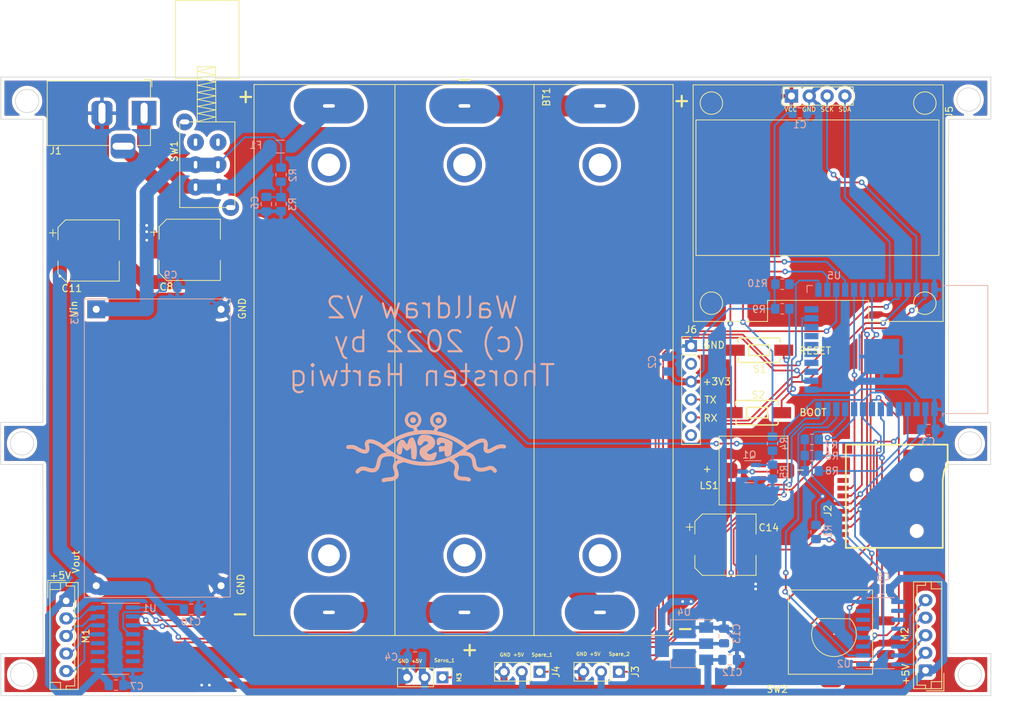
<source format=kicad_pcb>
(kicad_pcb (version 20211014) (generator pcbnew)
  (layers (0 "F.Cu" signal) (31 "B.Cu" signal) (34 "B.Paste" user) (35 "F.Paste" user) (36 "B.SilkS" user "B.Silkscreen") (37 "F.SilkS" user "F.Silkscreen") (38 "B.Mask" user) (39 "F.Mask" user) (44 "Edge.Cuts" user))
  (net 0 "")
  (net 1 "Net-(BT1-Pad1)")
  (net 2 "Net-(BT1-Pad6)")
  (net 3 "/Chk_Bat")
  (net 4 "GND")
  (net 5 "+3V3")
  (net 6 "+5V")
  (net 7 "Net-(C8-Pad1)")
  (net 8 "Net-(LS1-Pad1)")
  (net 9 "/SCL")
  (net 10 "/SDA")
  (net 11 "/TX_P")
  (net 12 "/RX_P")
  (net 14 "/SD_CS")
  (net 15 "/SD_MOSI")
  (net 16 "/SD_CLK")
  (net 17 "/SD_MISO")
  (net 19 "/Servo_1")
  (net 20 "Net-(M1-Pad2)")
  (net 21 "Net-(M1-Pad3)")
  (net 22 "Net-(M1-Pad4)")
  (net 23 "Net-(M1-Pad5)")
  (net 24 "Net-(M2-Pad2)")
  (net 25 "Net-(Q1-Pad1)")
  (net 26 "Net-(M2-Pad3)")
  (net 27 "Net-(M2-Pad4)")
  (net 28 "Net-(M2-Pad5)")
  (net 29 "/ROT_S")
  (net 30 "/ROT_A")
  (net 31 "/ROT_B")
  (net 32 "/Buzzer")
  (net 33 "/SD_INSERT")
  (net 36 "Net-(F1-Pad2)")
  (net 37 "Net-(R9-Pad2)")
  (net 38 "/STEP1_IN1")
  (net 39 "/STEP1_IN2")
  (net 40 "/STEP1_IN3")
  (net 41 "/STEP1_IN4")
  (net 48 "/STEP2_IN1")
  (net 49 "/STEP2_IN2")
  (net 50 "/STEP2_IN3")
  (net 51 "/STEP2_IN4")
  (net 60 "Net-(R10-Pad2)")
  (net 67 "/SPARE_1")
  (net 68 "/SPARE_2")
  (footprint "Capacitor_SMD:CP_Elec_8x10.5" (layer "F.Cu") (at 86.525 76.525)
    (fp_text reference "C11")
    (fp_text value "470")
  )
  (footprint "Connector_PinHeader_2.54mm:PinHeader_1x06_P2.54mm_Vertical" (layer "F.Cu") (at 172.325 90.125)
    (fp_text reference "J6")
    (fp_text value "FTDI")
  )
  (footprint "Eigene:TACTILE_SWITCH_SMD_6.0X3.5MM" (layer "F.Cu") (at 181.725 99.625 180)
    (fp_text reference "S2")
    (fp_text value "Boot" hide)
  )
  (footprint "Capacitor_SMD:CP_Elec_8x10.5" (layer "F.Cu") (at 100.925 76.425)
    (fp_text reference "C8")
    (fp_text value "470")
  )
  (footprint "Eigene:OLED_1.3" (layer "F.Cu") (at 172.625 86.625)
    (fp_text reference "J5")
    (fp_text value "Display")
  )
  (footprint "Connector_JST:JST_EH_B5B-EH-A_1x05_P2.50mm_Vertical" (layer "F.Cu") (at 83.325 126.425 -90)
    (fp_text reference "M1")
    (fp_text value "Stepper 28BYJ-48")
  )
  (footprint "Eigene:LiIo18650x3_PCB_Mount" (layer "F.Cu") (at 110.08 52.882 -90)
    (fp_text reference "BT1")
    (fp_text value "3x18650")
  )
  (footprint "Capacitor_SMD:CP_Elec_8x10.5" (layer "F.Cu") (at 177.225 118.425)
    (fp_text reference "C14")
    (fp_text value "470")
  )
  (footprint "Eigene:PS-22F02" (layer "F.Cu") (at 101.75 67.505)
    (fp_text reference "SW1")
    (fp_text value "SW_Push_DPDT")
  )
  (footprint "Connector_PinHeader_2.54mm:PinHeader_1x03_P2.54mm_Vertical" (layer "F.Cu") (at 136.925 137.325 -90)
    (fp_text reference "M3")
    (fp_text value "Motor_Servo_1")
  )
  (footprint "Connector_BarrelJack:BarrelJack_Horizontal" (layer "F.Cu") (at 94.425 56.9675)
    (fp_text reference "J1")
    (fp_text value "5.5mm")
  )
  (footprint "Eigene:GCT-MEM2055-00-190-01-A" (layer "F.Cu") (at 193.175 111.525 -90)
    (fp_text reference "J2")
    (fp_text value "Micro_SD_Card")
  )
  (footprint "Eigene:TACTILE_SWITCH_SMD_6.0X3.5MM" (layer "F.Cu") (at 182.025 90.725 180)
    (fp_text reference "S1")
    (fp_text value "Reset" hide)
  )
  (footprint "Connector_JST:JST_EH_B5B-EH-A_1x05_P2.50mm_Vertical" (layer "F.Cu") (at 205.725 136.325 90)
    (fp_text reference "M2")
    (fp_text value "Stepper 28BYJ-48")
  )
  (footprint "Eigene:HN9650B Buzzer" (layer "F.Cu") (at 186.025 103.07 180)
    (fp_text reference "LS1")
    (fp_text value "Speaker")
  )
  (footprint "Connector_PinHeader_2.54mm:PinHeader_1x03_P2.54mm_Vertical" (layer "F.Cu") (at 150.75 136.525 -90)
    (fp_text reference "J4")
    (fp_text value "Spare_2")
  )
  (footprint "Eigene:EC11_Rotary_SMD" (layer "F.Cu") (at 183.68 138.175)
    (fp_text reference "SW2")
    (fp_text value "RotaryEncoder_Switch")
  )
  (footprint "Connector_PinHeader_2.54mm:PinHeader_1x03_P2.54mm_Vertical" (layer "F.Cu") (at 162.05 136.525 -90)
    (fp_text reference "J3")
    (fp_text value "Spare_1")
  )
  (footprint "Capacitor_SMD:C_0805_2012Metric_Pad1.18x1.45mm_HandSolder" (layer "B.Cu") (at 98.125 81.725)
    (fp_text reference "C9")
    (fp_text value ".1u")
  )
  (footprint "Capacitor_SMD:C_0805_2012Metric_Pad1.18x1.45mm_HandSolder" (layer "B.Cu") (at 133.025 134.425 180)
    (fp_text reference "C4")
    (fp_text value ".1u")
  )
  (footprint "Resistor_SMD:R_0805_2012Metric_Pad1.20x1.40mm_HandSolder" (layer "B.Cu") (at 113.925 69.925 90)
    (fp_text reference "R3")
    (fp_text value "22k")
  )
  (footprint "Resistor_SMD:R_0805_2012Metric_Pad1.20x1.40mm_HandSolder" (layer "B.Cu") (at 183.925 108.025 90)
    (fp_text reference "R5")
    (fp_text value "50k")
  )
  (footprint "Capacitor_SMD:C_0805_2012Metric_Pad1.18x1.45mm_HandSolder" (layer "B.Cu") (at 111.825 69.925 -90)
    (fp_text reference "C6")
    (fp_text value ".1u")
  )
  (footprint "Resistor_SMD:R_0805_2012Metric_Pad1.20x1.40mm_HandSolder" (layer "B.Cu") (at 189.525 103.425 180)
    (fp_text reference "R7")
    (fp_text value "30k")
  )
  (footprint "Fuse:Fuse_1206_3216Metric_Pad1.42x1.75mm_HandSolder" (layer "B.Cu") (at 113.825 61.725 180)
    (fp_text reference "F1")
    (fp_text value "2A")
  )
  (footprint "Capacitor_SMD:C_0805_2012Metric_Pad1.18x1.45mm_HandSolder" (layer "B.Cu") (at 206.125 102.025)
    (fp_text reference "C3")
    (fp_text value ".1u")
  )
  (footprint "Resistor_SMD:R_0805_2012Metric_Pad1.20x1.40mm_HandSolder" (layer "B.Cu") (at 183.925 104.025 90)
    (fp_text reference "R4")
    (fp_text value "1k")
  )
  (footprint "Resistor_SMD:R_0805_2012Metric_Pad1.20x1.40mm_HandSolder" (layer "B.Cu") (at 185.325 81.325)
    (fp_text reference "R10")
    (fp_text value "10k")
  )
  (footprint "Eigene:BuckConverter_LM2596_Breakout" (layer "B.Cu") (at 98.525 85.425 -90)
    (fp_text reference "U3")
    (fp_text value "LM2596_Breakout")
  )
  (footprint "Capacitor_SMD:C_0805_2012Metric_Pad1.18x1.45mm_HandSolder" (layer "B.Cu") (at 199.625 124.725 180)
    (fp_text reference "C5")
    (fp_text value ".1u")
  )
  (footprint "Resistor_SMD:R_0805_2012Metric_Pad1.20x1.40mm_HandSolder" (layer "B.Cu") (at 189.525 105.725 180)
    (fp_text reference "R6")
    (fp_text value "30k")
  )
  (footprint "Resistor_SMD:R_0805_2012Metric_Pad1.20x1.40mm_HandSolder" (layer "B.Cu") (at 185.325 84.825)
    (fp_text reference "R9")
    (fp_text value "10k")
  )
  (footprint "Capacitor_SMD:C_0805_2012Metric_Pad1.18x1.45mm_HandSolder" (layer "B.Cu") (at 90.425 138.425)
    (fp_text reference "C7")
    (fp_text value ".1u")
  )
  (footprint "Resistor_SMD:R_0805_2012Metric_Pad1.20x1.40mm_HandSolder" (layer "B.Cu") (at 113.925 65.725 90)
    (fp_text reference "R2")
    (fp_text value "100k")
  )
  (footprint "Capacitor_SMD:C_0805_2012Metric_Pad1.18x1.45mm_HandSolder" (layer "B.Cu") (at 101.125 127.625)
    (fp_text reference "C10")
    (fp_text value ".1u")
  )
  (footprint "Package_SO:SOP-16_3.9x9.9mm_P1.27mm" (layer "B.Cu") (at 199.325 131.025)
    (fp_text reference "U2")
    (fp_text value "ULN2003A")
  )
  (footprint "Eigene:FSM_Logo" (layer "B.Cu") (at 134.6 104.5 180)
    (fp_text reference "G***" hide)
    (fp_text value "LOGO" hide)
  )
  (footprint "Capacitor_SMD:C_0805_2012Metric_Pad1.18x1.45mm_HandSolder" (layer "B.Cu") (at 177.825 134.825)
    (fp_text reference "C12")
    (fp_text value ".1u")
  )
  (footprint "Capacitor_SMD:C_0805_2012Metric_Pad1.18x1.45mm_HandSolder" (layer "B.Cu") (at 169.025 92.725 90)
    (fp_text reference "C2")
    (fp_text value ".1u")
  )
  (footprint "Eigene:ESP32-WROOM-32" (layer "B.Cu") (at 198.725 90.625 90)
    (fp_text reference "U5")
    (fp_text value "ESP32-WROOM-32D")
  )
  (footprint "Resistor_SMD:R_0805_2012Metric_Pad1.20x1.40mm_HandSolder" (layer "B.Cu") (at 189.525 107.925 180)
    (fp_text reference "R8")
    (fp_text value "30k")
  )
  (footprint "Package_TO_SOT_SMD:SOT-223-3_TabPin2" (layer "B.Cu") (at 171.325 132.525 180)
    (fp_text reference "U4")
    (fp_text value "AMS1117-3.3")
  )
  (footprint "Resistor_SMD:R_0805_2012Metric_Pad1.20x1.40mm_HandSolder" (layer "B.Cu") (at 190.125 116.625 -90)
    (fp_text reference "R1")
    (fp_text value "30k")
  )
  (footprint "Capacitor_SMD:C_0805_2012Metric_Pad1.18x1.45mm_HandSolder" (layer "B.Cu") (at 177.025 131.425 90)
    (fp_text reference "C13")
    (fp_text value ".1u")
  )
  (footprint "Package_SO:SOP-16_3.9x9.9mm_P1.27mm" (layer "B.Cu") (at 90.325 131.825 180)
    (fp_text reference "U1")
    (fp_text value "ULN2003A")
  )
  (footprint "Package_TO_SOT_SMD:SOT-23" (layer "B.Cu") (at 180.625 108.025 180)
    (fp_text reference "Q1")
    (fp_text value "SI2302")
  )
  (footprint "Capacitor_SMD:C_0805_2012Metric_Pad1.18x1.45mm_HandSolder" (layer "B.Cu") (at 187.825 56.925)
    (fp_text reference "C1")
    (fp_text value ".1u")
  )
  (gr_line (start 74 101) (end 80 101) (layer "Edge.Cuts") (width 0.1))
  (gr_line (start 215 107) (end 209 107) (layer "Edge.Cuts") (width 0.1))
  (gr_line (start 80 101) (end 80.025 57.825) (layer "Edge.Cuts") (width 0.1))
  (gr_line (start 215 101) (end 215 107) (layer "Edge.Cuts") (width 0.1))
  (gr_line (start 215.025 57.825) (end 209.025 57.825) (layer "Edge.Cuts") (width 0.1))
  (gr_line (start 74.025 139.925) (end 74.025 133.925) (layer "Edge.Cuts") (width 0.1))
  (gr_line (start 74 101) (end 74 107) (layer "Edge.Cuts") (width 0.1))
  (gr_line (start 74.025 139.925) (end 215.025 139.925) (layer "Edge.Cuts") (width 0.1))
  (gr_line (start 74.025 133.925) (end 80.025 133.925) (layer "Edge.Cuts") (width 0.1))
  (gr_circle (center 212.035669 104) (end 213.435669 104.9) (layer "Edge.Cuts") (width 0.1) (fill none))
  (gr_line (start 215.025 133.925) (end 209.025 133.925) (layer "Edge.Cuts") (width 0.1))
  (gr_line (start 215 101) (end 209 101) (layer "Edge.Cuts") (width 0.1))
  (gr_line (start 74 107) (end 80 107) (layer "Edge.Cuts") (width 0.1))
  (gr_circle (center 77.035669 104) (end 78.435669 104.9) (layer "Edge.Cuts") (width 0.1) (fill none))
  (gr_line (start 215.025 51.825) (end 74.025 51.825) (layer "Edge.Cuts") (width 0.1))
  (gr_line (start 215.025 51.825) (end 215.025 57.825) (layer "Edge.Cuts") (width 0.1))
  (gr_line (start 74.025 51.825) (end 74.025 57.825) (layer "Edge.Cuts") (width 0.1))
  (gr_line (start 209 107) (end 209.025 133.925) (layer "Edge.Cuts") (width 0.1))
  (gr_circle (center 211.860669 55.025) (end 213.260669 55.925) (layer "Edge.Cuts") (width 0.1) (fill none))
  (gr_line (start 80.025 133.925) (end 80 107) (layer "Edge.Cuts") (width 0.1))
  (gr_circle (center 212.025 136.960669) (end 213.425 137.860669) (layer "Edge.Cuts") (width 0.1) (fill none))
  (gr_circle (center 77.760669 55.225) (end 79.160669 56.125) (layer "Edge.Cuts") (width 0.1) (fill none))
  (gr_line (start 74.025 57.825) (end 80.025 57.825) (layer "Edge.Cuts") (width 0.1))
  (gr_circle (center 77.060669 136.925) (end 78.460669 137.825) (layer "Edge.Cuts") (width 0.1) (fill none))
  (gr_line (start 209.025 57.825) (end 209 101) (layer "Edge.Cuts") (width 0.1))
  (gr_line (start 215.025 139.925) (end 215.025 133.925) (layer "Edge.Cuts") (width 0.1))
  (gr_text "Walldraw V2\n(c) 2022 by \nThorsten Hartwig" (at 134 89.5) (layer "B.SilkS") (effects (font (size 3 3) (thickness 0.3)) (justify mirror)))
  (gr_text "TX" (at 175.1 97.8) (layer "F.SilkS") (effects (font (size 1 1))))
  (gr_text "GND" (at 108.2 124.1 90) (layer "F.SilkS") (effects (font (size 1 1))))
  (gr_text "GND +5V" (at 157.7 134) (layer "F.SilkS") (effects (font (size 0.5 0.5) (thickness 0.1))))
  (gr_text "+5V" (at 202.9 136.9 90) (layer "F.SilkS") (effects (font (size 1 1))))
  (gr_text "Spare_2" (at 162.1 134) (layer "F.SilkS") (effects (font (size 0.5 0.5) (thickness 0.1))))
  (gr_text "BOOT" (at 189.7 99.6) (layer "F.SilkS") (effects (font (size 1 1))))
  (gr_text "GND +5V" (at 132.3 135) (layer "F.SilkS") (effects (font (size 0.5 0.5) (thickness 0.1))))
  (gr_text "RX" (at 175.1 100.4) (layer "F.SilkS") (effects (font (size 1 1))))
  (gr_text "GND" (at 175.6 90) (layer "F.SilkS") (effects (font (size 1 1))))
  (gr_text "Spare_1" (at 151.1 134.1) (layer "F.SilkS") (effects (font (size 0.5 0.5) (thickness 0.1))))
  (gr_text "Vout" (at 84.7 120.9 90) (layer "F.SilkS") (effects (font (size 1 1))))
  (gr_text "+" (at 108.9 54.5) (layer "F.SilkS") (effects (font (size 2 2) (thickness 0.3))))
  (gr_text "+" (at 171 55.1) (layer "F.SilkS") (effects (font (size 2 2) (thickness 0.3))))
  (gr_text "+5V" (at 82.5 122.8) (layer "F.SilkS") (effects (font (size 1 1))))
  (gr_text "-" (at 108.1 128.2) (layer "F.SilkS") (effects (font (size 2 2) (thickness 0.3))))
  (gr_text "+" (at 140.8 133.3) (layer "F.SilkS") (effects (font (size 2 2) (thickness 0.3))))
  (gr_text "GND" (at 108.4 84.8 90) (layer "F.SilkS") (effects (font (size 1 1))))
  (gr_text "-" (at 140.1 52.1) (layer "F.SilkS") (effects (font (size 2 2) (thickness 0.3))))
  (gr_text "GND +5V" (at 146.8 134.1) (layer "F.SilkS") (effects (font (size 0.5 0.5) (thickness 0.1))))
  (gr_text "+3V3" (at 176 95.2) (layer "F.SilkS") (effects (font (size 1 1))))
  (gr_text "Vin" (at 84.4 84.8 90) (layer "F.SilkS") (effects (font (size 1 1))))
  (gr_text "RESET" (at 190 90.8) (layer "F.SilkS") (effects (font (size 1 1))))
  (gr_text "-" (at 171.5 130.3) (layer "F.SilkS") (effects (font (size 2 2) (thickness 0.3))))
  (gr_text "Servo_1" (at 137.2 134.9) (layer "F.SilkS") (effects (font (size 0.5 0.5) (thickness 0.1))))
  (segment (start 120.748 128.066) (end 139.166 128.066) (width 3) (layer "F.Cu") (net 0))
  (segment (start 140.052 55.93) (end 159.37 55.93) (width 3) (layer "F.Cu") (net 0))
  (segment (start 120.748 56.402) (end 116.8865 60.2635) (width 2) (layer "B.Cu") (net 1))
  (segment (start 120.748 55.93) (end 120.748 56.402) (width 2) (layer "B.Cu") (net 1))
  (segment (start 116.8865 60.2635) (end 116.774 60.2635) (width 0.25) (layer "B.Cu") (net 1))
  (segment (start 116.774 60.2635) (end 115.3125 61.725) (width 0.25) (layer "B.Cu") (net 1))
  (segment (start 116.8865 60.2635) (end 115.625 61.525) (width 2) (layer "B.Cu") (net 1))
  (segment (start 102.825 73.225) (end 91.625 62.025) (width 2) (layer "F.Cu") (net 2))
  (segment (start 91.625 61.8675) (end 91.625 62.025) (width 0.25) (layer "F.Cu") (net 2))
  (segment (start 111.925 74.425) (end 110.725 73.225) (width 2) (layer "F.Cu") (net 2))
  (segment (start 91.425 61.6675) (end 91.625 61.8675) (width 0.25) (layer "F.Cu") (net 2))
  (segment (start 110.725 73.225) (end 102.825 73.225) (width 2) (layer "F.Cu") (net 2))
  (segment (start 159.356 128.066) (end 111.925 80.635) (width 3) (layer "F.Cu") (net 2))
  (segment (start 111.925 80.635) (end 111.925 74.425) (width 3) (layer "F.Cu") (net 2))
  (segment (start 178.8251 104.0251) (end 175.9251 104.0251) (width 0.25) (layer "F.Cu") (net 3))
  (via (at 178.8251 104.0251) (size 0.8) (drill 0.4) (layers "F.Cu" "B.Cu") (net 3))
  (via (at 175.9251 104.0251) (size 0.8) (drill 0.4) (layers "F.Cu" "B.Cu") (net 3))
  (segment (start 198.0031 96.7463) (end 196.9498 97.7996) (width 0.25) (layer "B.Cu") (net 3))
  (segment (start 196.9498 97.7996) (end 189.8781 97.7996) (width 0.25) (layer "B.Cu") (net 3))
  (segment (start 199.5766 96.7463) (end 198.0031 96.7463) (width 0.25) (layer "B.Cu") (net 3))
  (segment (start 184.5421 104.0251) (end 182.5392 104.0251) (width 0.25) (layer "B.Cu") (net 3))
  (segment (start 182.5392 104.0251) (end 178.8251 104.0251) (width 0.25) (layer "B.Cu") (net 3))
  (segment (start 185.5954 102.0823) (end 185.5954 102.9718) (width 0.25) (layer "B.Cu") (net 3))
  (segment (start 140.875 95.875) (end 113.925 68.925) (width 0.25) (layer "B.Cu") (net 3))
  (segment (start 185.5954 102.9718) (end 184.5421 104.0251) (width 0.25) (layer "B.Cu") (net 3))
  (segment (start 175.9251 104.0251) (end 149.0251 104.0251) (width 0.25) (layer "B.Cu") (net 3))
  (segment (start 189.8781 97.7996) (end 185.5954 102.0823) (width 0.25) (layer "B.Cu") (net 3))
  (segment (start 200.63 99.125) (end 200.63 97.7997) (width 0.25) (layer "B.Cu") (net 3))
  (segment (start 200.63 97.7997) (end 199.5766 96.7463) (width 0.25) (layer "B.Cu") (net 3))
  (segment (start 112.975 68.925) (end 112.025 68.925) (width 0.25) (layer "B.Cu") (net 3))
  (segment (start 149.0251 104.0251) (end 140.875 95.875) (width 0.25) (layer "B.Cu") (net 3))
  (segment (start 113.925 66.725) (end 113.925 68.925) (width 0.25) (layer "B.Cu") (net 3))
  (segment (start 112.975 68.925) (end 111.8625 68.925) (width 0.25) (layer "B.Cu") (net 3))
  (segment (start 113.925 68.925) (end 112.975 68.925) (width 0.25) (layer "B.Cu") (net 3))
  (segment (start 181.525 133.725) (end 181.525 124.725) (width 2) (layer "F.Cu") (net 4))
  (segment (start 105.385 84.895) (end 105.425 84.855) (width 0.25) (layer "F.Cu") (net 4))
  (segment (start 102.625 138.425) (end 103.725 138.425) (width 1) (layer "F.Cu") (net 4))
  (segment (start 130.825 138.425) (end 131.825 137.425) (width 1) (layer "F.Cu") (net 4))
  (segment (start 195.1003 114.6852) (end 195.1003 114.775) (width 0.25) (layer "F.Cu") (net 4))
  (segment (start 145.6755 138.875) (end 145.6755 137.725) (width 1) (layer "F.Cu") (net 4))
  (segment (start 193.4124 114.775) (end 192.8497 114.775) (width 0.25) (layer "F.Cu") (net 4))
  (segment (start 180.925 118.425) (end 181.025 118.525) (width 0.25) (layer "F.Cu") (net 4))
  (segment (start 156.7745 138.875) (end 156.7745 136.575) (width 1) (layer "F.Cu") (net 4))
  (segment (start 145.5245 137.574) (end 145.5245 136.925) (width 0.25) (layer "F.Cu") (net 4))
  (segment (start 145.6755 137.725) (end 145.5245 137.574) (width 0.25) (layer "F.Cu") (net 4))
  (segment (start 181.525 119.725) (end 181.525 119.125) (width 0.5) (layer "F.Cu") (net 4))
  (segment (start 88.425 74.925) (end 90.125 76.625) (width 2) (layer "F.Cu") (net 4))
  (segment (start 156.7745 138.875) (end 176.375 138.875) (width 1) (layer "F.Cu") (net 4))
  (segment (start 172.325 90.125) (end 172.425 90.125) (width 0.25) (layer "F.Cu") (net 4))
  (segment (start 180.9319 134.3181) (end 181.7541 135.1403) (width 0.25) (layer "F.Cu") (net 4))
  (segment (start 199.0147 135.1403) (end 200.08 134.075) (width 0.25) (layer "F.Cu") (net 4))
  (segment (start 90.225 76.525) (end 90.125 76.625) (width 0.25) (layer "F.Cu") (net 4))
  (segment (start 178.625 90.725) (end 173.025 90.725) (width 0.25) (layer "F.Cu") (net 4))
  (segment (start 103.725 138.425) (end 130.825 138.425) (width 1) (layer "F.Cu") (net 4))
  (segment (start 178.325 99.625) (end 178.425 99.525) (width 0.25) (layer "F.Cu") (net 4))
  (segment (start 90.125 76.625) (end 94.525 81.025) (width 2) (layer "F.Cu") (net 4))
  (segment (start 193.4124 114.775) (end 193.975 114.775) (width 0.25) (layer "F.Cu") (net 4))
  (segment (start 181.525 119.125) (end 181.025 118.625) (width 0.5) (layer "F.Cu") (net 4))
  (segment (start 181.7541 135.1403) (end 199.0147 135.1403) (width 0.25) (layer "F.Cu") (net 4))
  (segment (start 130.825 138.425) (end 131.2745 138.875) (width 1) (layer "F.Cu") (net 4))
  (segment (start 104.625 76.425) (end 104.625 81.025) (width 2) (layer "F.Cu") (net 4))
  (segment (start 192.8497 114.775) (end 188.4997 119.125) (width 0.25) (layer "F.Cu") (net 4))
  (segment (start 131.845 137.325) (end 131.825 137.345) (width 0.25) (layer "F.Cu") (net 4))
  (segment (start 178.625 99.325) (end 178.425 99.525) (width 0.25) (layer "F.Cu") (net 4))
  (segment (start 131.2745 138.875) (end 145.6755 138.875) (width 1) (layer "F.Cu") (net 4))
  (segment (start 181.025 118.525) (end 181.025 118.625) (width 0.25) (layer "F.Cu") (net 4))
  (segment (start 104.625 81.025) (end 104.625 84.025) (width 2) (layer "F.Cu") (net 4))
  (segment (start 104.625 84.025) (end 105.425 84.825) (width 2) (layer "F.Cu") (net 4))
  (segment (start 181.525 124.025) (end 181.525 119.725) (width 2) (layer "F.Cu") (net 4))
  (segment (start 176.375 138.875) (end 180.9319 134.3181) (width 1) (layer "F.Cu") (net 4))
  (segment (start 180.9319 134.3181) (end 181.525 133.725) (width 1) (layer "F.Cu") (net 4))
  (segment (start 88.425 56.9675) (end 88.425 74.925) (width 2) (layer "F.Cu") (net 4))
  (segment (start 196.4265 113.359) (end 195.1003 114.6852) (width 0.25) (layer "F.Cu") (net 4))
  (segment (start 178.625 90.725) (end 178.625 99.325) (width 0.25) (layer "F.Cu") (net 4))
  (segment (start 173.025 90.725) (end 172.425 90.125) (width 0.25) (layer "F.Cu") (net 4))
  (segment (start 131.825 137.345) (end 131.825 137.425) (width 0.25) (layer "F.Cu") (net 4))
  (segment (start 188.4997 119.125) (end 181.525 119.125) (width 0.25) (layer "F.Cu") (net 4))
  (segment (start 145.6755 137.725) (end 145.6755 136.575) (width 1) (layer "F.Cu") (net 4))
  (segment (start 181.525 124.725) (end 181.525 124.025) (width 2) (layer "F.Cu") (net 4))
  (segment (start 94.525 81.025) (end 104.625 81.025) (width 2) (layer "F.Cu") (net 4))
  (segment (start 145.6755 138.875) (end 156.7745 138.875) (width 1) (layer "F.Cu") (net 4))
  (segment (start 105.425 84.855) (end 105.425 84.825) (width 0.25) (layer "F.Cu") (net 4))
  (segment (start 181.525 133.725) (end 184.225 131.025) (width 0.5) (layer "F.Cu") (net 4))
  (segment (start 193.975 114.775) (end 195.1003 114.775) (width 0.25) (layer "F.Cu") (net 4))
  (via (at 103.725 138.425) (size 0.8) (drill 0.4) (layers "F.Cu" "B.Cu") (net 4))
  (via (at 181.525 124.025) (size 0.8) (drill 0.4) (layers "F.Cu" "B.Cu") (net 4))
  (via (at 196.4265 113.359) (size 0.8) (drill 0.4) (layers "F.Cu" "B.Cu") (net 4))
  (via (at 181.525 124.725) (size 0.8) (drill 0.4) (layers "F.Cu" "B.Cu") (net 4))
  (via (at 102.625 138.425) (size 0.8) (drill 0.4) (layers "F.Cu" "B.Cu") (net 4))
  (segment (start 194.82 52.7805) (end 190.67 52.7805) (width 0.5) (layer "B.Cu") (net 4))
  (segment (start 105.355 84.895) (end 105.125 85.125) (width 0.25) (layer "B.Cu") (net 4))
  (segment (start 113.8875 70.9625) (end 113.925 70.925) (width 0.25) (layer "B.Cu") (net 4))
  (segment (start 206.98 101.88) (end 207.0888 101.9887) (width 0.5) (layer "B.Cu") (net 4))
  (segment (start 131.885 134.465) (end 131.925 134.425) (width 0.5) (layer "B.Cu") (net 4))
  (segment (start 206.98 100.5025) (end 207.025 100.4575) (width 0.25) (layer "B.Cu") (net 4))
  (segment (start 185.5805 53.1277) (end 185.3496 53.3586) (width 0.25) (layer "B.Cu") (net 4))
  (segment (start 207.1069 102.0069) (end 207.1444 102.0069) (width 0.25) (layer "B.Cu") (net 4))
  (segment (start 131.9475 134.465) (end 131.9875 134.425) (width 0.25) (layer "B.Cu") (net 4))
  (segment (start 190.3227 53.1277) (end 185.5805 53.1277) (width 0.25) (layer "B.Cu") (net 4))
  (segment (start 114.025 74.825) (end 103.625 85.225) (width 0.25) (layer "B.Cu") (net 4))
  (segment (start 92.825 138.425) (end 102.625 138.425) (width 1) (layer "B.Cu") (net 4))
  (segment (start 160.985 124.265) (end 161.225 124.025) (width 2) (layer "B.Cu") (net 4))
  (segment (start 194.68 96.425) (end 189.625 96.425) (width 0.5) (layer "B.Cu") (net 4))
  (segment (start 196.78 126.58) (end 196.725 126.525) (width 0.25) (layer "B.Cu") (net 4))
  (segment (start 181.5625 123.9875) (end 181.5625 109.025) (width 0.25) (layer "B.Cu") (net 4))
  (segment (start 177.025 130.3875) (end 177.0875 130.3875) (width 0.25) (layer "B.Cu") (net 4))
  (segment (start 99.1625 81.725) (end 99.1625 83.725) (width 0.25) (layer "B.Cu") (net 4))
  (segment (start 207.0888 101.9887) (end 207.1069 102.0069) (width 0.5) (layer "B.Cu") (net 4))
  (segment (start 161.225 124.025) (end 181.525 124.025) (width 2) (layer "B.Cu") (net 4))
  (segment (start 199.48 91.625) (end 203.625 91.625) (width 0.5) (layer "B.Cu") (net 4))
  (segment (start 189.625 126.525) (end 196.725 126.525) (width 0.5) (layer "B.Cu") (net 4))
  (segment (start 178.863 133.988) (end 178.8625 133.9885) (width 0.25) (layer "B.Cu") (net 4))
  (segment (start 207.1069 102.0069) (end 207.125 102.025) (width 0.5) (layer "B.Cu") (net 4))
  (segment (start 99.1625 83.725) (end 97.6625 85.225) (width 0.25) (layer "B.Cu") (net 4))
  (segment (start 174.475 130.225) (end 174.475 129.575) (width 0.5) (layer "B.Cu") (net 4))
  (segment (start 207.0887 102.6968) (end 196.4265 113.359) (width 0.25) (layer "B.Cu") (net 4))
  (segment (start 105.385 124.265) (end 118.345 137.225) (width 2) (layer "B.Cu") (net 4))
  (segment (start 189.16 54.2678) (end 189.1711 54.2789) (width 0.25) (layer "B.Cu") (net 4))
  (segment (start 196.725 126.525) (end 198.525 124.725) (width 0.5) (layer "B.Cu") (net 4))
  (segment (start 207.1444 102.0069) (end 207.1625 102.025) (width 0.25) (layer "B.Cu") (net 4))
  (segment (start 105.385 84.895) (end 105.355 84.895) (width 0.25) (layer "B.Cu") (net 4))
  (segment (start 198.5875 124.725) (end 198.525 124.725) (width 0.25) (layer "B.Cu") (net 4))
  (segment (start 97.6625 85.225) (end 103.625 85.225) (width 2) (layer "B.Cu") (net 4))
  (segment (start 172.325 90.125) (end 172.225 90.125) (width 0.25) (layer "B.Cu") (net 4))
  (segment (start 188.825 56.8875) (end 188.825 56.825) (width 0.25) (layer "B.Cu") (net 4))
  (segment (start 111.825 70.9625) (end 113.8875 70.9625) (width 0.25) (layer "B.Cu") (net 4))
  (segment (start 181.425 125.025) (end 181.525 124.925) (width 0.5) (layer "B.Cu") (net 4))
  (segment (start 113.9875 70.9625) (end 114.025 70.925) (width 0.25) (layer "B.Cu") (net 4))
  (segment (start 131.845 134.505) (end 131.885 134.465) (width 0.5) (layer "B.Cu") (net 4))
  (segment (start 189.16 56.49) (end 188.825 56.825) (width 0.25) (layer "B.Cu") (net 4))
  (segment (start 199.48 91.625) (end 194.68 96.425) (width 0.5) (layer "B.Cu") (net 4))
  (segment (start 207.0887 101.9888) (end 207.0887 102.6968) (width 0.25) (layer "B.Cu") (net 4))
  (segment (start 206.98 64.9408) (end 194.82 52.7805) (width 0.5) (layer "B.Cu") (net 4))
  (segment (start 172.325 76.4855) (end 172.325 90.125) (width 0.25) (layer "B.Cu") (net 4))
  (segment (start 92.825 136.27) (end 92.825 138.425) (width 0.25) (layer "B.Cu") (net 4))
  (segment (start 174.475 130.225) (end 176.825 130.225) (width 0.5) (layer "B.Cu") (net 4))
  (segment (start 178.863 134.825) (end 178.863 133.988) (width 0.5) (layer "B.Cu") (net 4))
  (segment (start 189.16 54.3556) (end 189.16 56.49) (width 0.25) (layer "B.Cu") (net 4))
  (segment (start 206.98 100.5025) (end 206.98 101.88) (width 0.5) (layer "B.Cu") (net 4))
  (segment (start 181.525 124.025) (end 181.5625 123.9875) (width 0.25) (layer "B.Cu") (net 4))
  (segment (start 181.6731 58.426) (end 181.6731 67.1374) (width 0.25) (layer "B.Cu") (net 4))
  (segment (start 131.885 134.465) (end 131.9475 134.465) (width 0.25) (layer "B.Cu") (net 4))
  (segment (start 206.98 99.125) (end 206.98 100.5025) (width 0.5) (layer "B.Cu") (net 4))
  (segment (start 187.125 124.025) (end 189.625 126.525) (width 0.5) (layer "B.Cu") (net 4))
  (segment (start 176.9875 130.3875) (end 177.025 130.3875) (width 0.25) (layer "B.Cu") (net 4))
  (segment (start 102.1625 127.5875) (end 105.325 124.425) (width 0.25) (layer "B.Cu") (net 4))
  (segment (start 176.925 130.325) (end 176.9875 130.3875) (width 0.25) (layer "B.Cu") (net 4))
  (segment (start 181.5625 109.025) (end 181.5625 108.975) (width 0.25) (layer "B.Cu") (net 4))
  (segment (start 189.54 96.34) (end 189.625 96.425) (width 0.25) (layer "B.Cu") (net 4))
  (segment (start 189.47 96.34) (end 189.54 96.34) (width 0.25) (layer "B.Cu") (net 4))
  (segment (start 207.025 95.025) (end 207.025 99.125) (width 0.5) (layer "B.Cu") (net 4))
  (segment (start 114.025 70.925) (end 114.025 74.825) (width 0.25) (layer "B.Cu") (net 4))
  (segment (start 169.025 91.6875) (end 170.587 90.125) (width 0.25) (layer "B.Cu") (net 4))
  (segment (start 207.025 100.4575) (end 207.025 99.125) (width 0.25) (layer "B.Cu") (net 4))
  (segment (start 103.625 122.625) (end 104.7049 123.7049) (width 2) (layer "B.Cu") (net 4))
  (segment (start 103.625 85.225) (end 105.025 85.225) (width 2) (layer "B.Cu") (net 4))
  (segment (start 178.863 132.163) (end 177.125 130.425) (width 0.5) (layer "B.Cu") (net 4))
  (segment (start 189.16 54.3556) (end 189.165 54.3606) (width 0.25) (layer "B.Cu") (net 4))
  (segment (start 190.67 52.7805) (end 190.3227 53.1277) (width 0.5) (layer "B.Cu") (net 4))
  (segment (start 185.3496 53.3586) (end 185.3496 54.7495) (width 0.25) (layer "B.Cu") (net 4))
  (segment (start 179.025 125.025) (end 181.425 125.025) (width 0.5) (layer "B.Cu") (net 4))
  (segment (start 113.8875 70.9625) (end 113.9875 70.9625) (width 0.25) (layer "B.Cu") (net 4))
  (segment (start 206.98 82.125) (end 206.98 88.27) (width 0.5) (layer "B.Cu") (net 4))
  (segment (start 102.1625 127.625) (end 102.1625 127.5875) (width 0.25) (layer "B.Cu") (net 4))
  (segment (start 181.525 124.025) (end 187.125 124.025) (width 0.5) (layer "B.Cu") (net 4))
  (segment (start 105.385 124.265) (end 160.985 124.265) (width 2) (layer "B.Cu") (net 4))
  (segment (start 185.3496 54.7495) (end 181.6731 58.426) (width 0.25) (layer "B.Cu") (net 4))
  (segment (start 181.525 124.925) (end 181.525 124.725) (width 0.5) (layer "B.Cu") (net 4))
  (segment (start 170.587 90.125) (end 172.225 90.125) (width 0.25) (layer "B.Cu") (net 4))
  (segment (start 206.98 82.125) (end 206.98 64.9408) (width 0.5) (layer "B.Cu") (net 4))
  (segment (start 177.0875 130.3875) (end 177.125 130.425) (width 0.25) (layer "B.Cu") (net 4))
  (segment (start 181.6731 67.1374) (end 172.325 76.4855) (width 0.25) (layer "B.Cu") (net 4))
  (segment (start 174.475 129.575) (end 179.025 125.025) (width 0.5) (layer "B.Cu") (net 4))
  (segment (start 176.825 130.225) (end 176.925 130.325) (width 0.5) (layer "B.Cu") (net 4))
  (segment (start 102.625 138.425) (end 103.725 138.425) (width 1) (layer "B.Cu") (net 4))
  (segment (start 181.525 124.725) (end 181.525 124.025) (width 0.5) (layer "B.Cu") (net 4))
  (segment (start 103.625 85.225) (end 103.625 122.625) (width 2) (layer "B.Cu") (net 4))
  (segment (start 203.625 91.625) (end 207.025 95.025) (width 0.5) (layer "B.Cu") (net 4))
  (segment (start 131.845 137.325) (end 131.845 134.505) (width 0.5) (layer "B.Cu") (net 4))
  (segment (start 118.345 137.225) (end 131.625 137.225) (width 2) (layer "B.Cu") (net 4))
  (segment (start 189.16 54.2678) (end 189.16 54.3556) (width 0.25) (layer "B.Cu") (net 4))
  (segment (start 91.4625 138.425) (end 92.825 138.425) (width 1) (layer "B.Cu") (net 4))
  (segment (start 190.3227 53.1277) (end 189.1711 54.2789) (width 0.5) (layer "B.Cu") (net 4))
  (segment (start 104.7049 123.7049) (end 105.325 124.325) (width 2) (layer "B.Cu") (net 4))
  (segment (start 206.98 88.27) (end 203.625 91.625) (width 0.5) (layer "B.Cu") (net 4))
  (segment (start 196.825 126.58) (end 196.78 126.58) (width 0.25) (layer "B.Cu") (net 4))
  (segment (start 178.863 133.988) (end 178.863 132.163) (width 0.5) (layer "B.Cu") (net 4))
  (segment (start 188.8625 56.925) (end 188.825 56.8875) (width 0.25) (layer "B.Cu") (net 4))
  (segment (start 207.0888 101.9887) (end 207.0887 101.9888) (width 0.25) (layer "B.Cu") (net 4))
  (segment (start 183.925 109.025) (end 181.5625 109.025) (width 0.25) (layer "B.Cu") (net 4))
  (segment (start 172.305 95.225) (end 172.325 95.205) (width 0.25) (layer "F.Cu") (net 5))
  (segment (start 191.8085 111.5338) (end 191.06 111.5338) (width 0.25) (layer "F.Cu") (net 5))
  (segment (start 191.06 111.5338) (end 192.5276 110.0662) (width 0.25) (layer "F.Cu") (net 5))
  (segment (start 195.1003 112.5581) (end 196.4401 111.2183) (width 0.25) (layer "F.Cu") (net 5))
  (segment (start 171.125 126.525) (end 172.225 126.525) (width 1) (layer "F.Cu") (net 5))
  (segment (start 176.87 107.87) (end 171.97 107.87) (width 1) (layer "F.Cu") (net 5))
  (segment (start 172.125 95.225) (end 172.305 95.225) (width 0.25) (layer "F.Cu") (net 5))
  (segment (start 169.625 105.525) (end 169.625 96.525) (width 1) (layer "F.Cu") (net 5))
  (segment (start 193.975 112.575) (end 195.1003 112.575) (width 0.25) (layer "F.Cu") (net 5))
  (segment (start 173.525 125.257852) (end 172.291426 126.491426) (width 1) (layer "F.Cu") (net 5))
  (segment (start 173.525 118.425) (end 177.125 114.825) (width 1) (layer "F.Cu") (net 5))
  (segment (start 177.125 114.825) (end 177.125 108.125) (width 1) (layer "F.Cu") (net 5))
  (segment (start 170.925 95.225) (end 172.125 95.225) (width 1) (layer "F.Cu") (net 5))
  (segment (start 192.5276 110.0662) (end 192.5276 102.8789) (width 0.25) (layer "F.Cu") (net 5))
  (segment (start 176.87 107.87) (end 177.125 108.125) (width 0.25) (layer "F.Cu") (net 5))
  (segment (start 193.975 112.575) (end 192.8497 112.575) (width 0.25) (layer "F.Cu") (net 5))
  (segment (start 177.175 107.87) (end 177.1655 107.87) (width 1) (layer "F.Cu") (net 5))
  (segment (start 173.525 118.925) (end 173.525 125.257852) (width 1) (layer "F.Cu") (net 5))
  (segment (start 173.525 118.925) (end 173.525 118.425) (width 0.25) (layer "F.Cu") (net 5))
  (segment (start 192.8497 112.575) (end 191.8085 111.5338) (width 0.25) (layer "F.Cu") (net 5))
  (segment (start 182.5946 102.4409) (end 177.1655 107.87) (width 0.25) (layer "F.Cu") (net 5))
  (segment (start 192.0896 102.4409) (end 182.5946 102.4409) (width 0.25) (layer "F.Cu") (net 5))
  (segment (start 171.97 107.87) (end 169.625 105.525) (width 1) (layer "F.Cu") (net 5))
  (segment (start 195.1003 112.575) (end 195.1003 112.5581) (width 0.25) (layer "F.Cu") (net 5))
  (segment (start 177.1655 107.87) (end 176.87 107.87) (width 1) (layer "F.Cu") (net 5))
  (segment (start 192.5276 102.8789) (end 192.0896 102.4409) (width 0.25) (layer "F.Cu") (net 5))
  (segment (start 169.625 96.525) (end 170.925 95.225) (width 1) (layer "F.Cu") (net 5))
  (via (at 196.4401 111.2183) (size 0.8) (drill 0.4) (layers "F.Cu" "B.Cu") (net 5))
  (via (at 191.06 111.5338) (size 0.8) (drill 0.4) (layers "F.Cu" "B.Cu") (net 5))
  (via (at 172.325 126.525) (size 0.8) (drill 0.4) (layers "F.Cu" "B.Cu") (net 5))
  (via (at 171.125 126.525) (size 0.8) (drill 0.4) (layers "F.Cu" "B.Cu") (net 5))
  (segment (start 186.62 54.18) (end 186.62 55.35) (width 0.25) (layer "B.Cu") (net 5))
  (segment (start 170.325 95.125) (end 172.125 95.125) (width 0.25) (layer "B.Cu") (net 5))
  (segment (start 169.025 93.825) (end 170.325 95.125) (width 0.25) (layer "B.Cu") (net 5))
  (segment (start 186.625 55.345) (end 186.625 54.525) (width 0.25) (layer "B.Cu") (net 5))
  (segment (start 188.525 108.9988) (end 191.06 111.5338) (width 0.25) (layer "B.Cu") (net 5))
  (segment (start 169.625 126.525) (end 171.125 126.525) (width 1) (layer "B.Cu") (net 5))
  (segment (start 184.325 84.825) (end 177.725 84.825) (width 0.25) (layer "B.Cu") (net 5))
  (segment (start 176.9625 132.525) (end 177.025 132.525) (width 0.5) (layer "B.Cu") (net 5))
  (segment (start 205.71 101.54) (end 205.225 102.025) (width 0.5) (layer "B.Cu") (net 5))
  (segment (start 171.125 126.525) (end 172.225 126.525) (width 1) (layer "B.Cu") (net 5))
  (segment (start 188.525 107.925) (end 188.525 108.9988) (width 0.25) (layer "B.Cu") (net 5))
  (segment (start 174.475 132.525) (end 176.9625 132.525) (width 0.5) (layer "B.Cu") (net 5))
  (segment (start 205.71 99.125) (end 205.71 101.54) (width 0.5) (layer "B.Cu") (net 5))
  (segment (start 168.175 132.525) (end 174.475 132.525) (width 0.5) (layer "B.Cu") (net 5))
  (segment (start 205.0875 102.025) (end 205.225 102.025) (width 0.25) (layer "B.Cu") (net 5))
  (segment (start 186.62 56.52) (end 186.7875 56.6875) (width 0.25) (layer "B.Cu") (net 5))
  (segment (start 190.125 112.4688) (end 191.06 111.5338) (width 0.25) (layer "B.Cu") (net 5))
  (segment (start 177.725 84.825) (end 174.325 88.225) (width 0.25) (layer "B.Cu") (net 5))
  (segment (start 168.175 127.975) (end 169.625 126.525) (width 1) (layer "B.Cu") (net 5))
  (segment (start 184.225 81.425) (end 184.225 84.625) (width 0.25) (layer "B.Cu") (net 5))
  (segment (start 188.525 105.725) (end 188.525 103.425) (width 0.25) (layer "B.Cu") (net 5))
  (segment (start 186.025 56.925) (end 184.225 58.725) (width 0.25) (layer "B.Cu") (net 5))
  (segment (start 174.125 88.425) (end 174.125 93.525) (width 0.25) (layer "B.Cu") (net 5))
  (segment (start 186.7875 56.6875) (end 186.925 56.825) (width 0.25) (layer "B.Cu") (net 5))
  (segment (start 174.325 88.225) (end 174.125 88.425) (width 0.25) (layer "B.Cu") (net 5))
  (segment (start 186.62 55.35) (end 186.625 55.345) (width 0.25) (layer "B.Cu") (net 5))
  (segment (start 196.4401 111.2183) (end 205.0875 102.5709) (width 0.25) (layer "B.Cu") (net 5))
  (segment (start 188.525 107.925) (end 188.525 105.725) (width 0.25) (layer "B.Cu") (net 5))
  (segment (start 174.125 93.525) (end 172.425 95.225) (width 0.25) (layer "B.Cu") (net 5))
  (segment (start 205.0875 102.5709) (end 205.0875 102.025) (width 0.25) (layer "B.Cu") (net 5))
  (segment (start 168.175 132.525) (end 168.175 127.975) (width 1) (layer "B.Cu") (net 5))
  (segment (start 186.787 56.925) (end 186.7875 56.925) (width 0.25) (layer "B.Cu") (net 5))
  (segment (start 186.62 55.35) (end 186.62 56.52) (width 0.25) (layer "B.Cu") (net 5))
  (segment (start 176.9625 132.525) (end 177.025 132.4625) (width 0.25) (layer "B.Cu") (net 5))
  (segment (start 184.325 81.325) (end 184.225 81.425) (width 0.25) (layer "B.Cu") (net 5))
  (segment (start 169.025 93.7625) (end 169.025 93.825) (width 0.25) (layer "B.Cu") (net 5))
  (segment (start 190.125 115.625) (end 190.125 112.4688) (width 0.25) (layer "B.Cu") (net 5))
  (segment (start 186.787 56.925) (end 186.025 56.925) (width 0.25) (layer "B.Cu") (net 5))
  (segment (start 186.7875 56.6875) (end 186.7875 56.925) (width 0.25) (layer "B.Cu") (net 5))
  (segment (start 184.225 58.725) (end 184.225 81.425) (width 0.25) (layer "B.Cu") (net 5))
  (segment (start 172.225 126.525) (end 172.325 126.525) (width 1) (layer "B.Cu") (net 5))
  (segment (start 82.425 80.1749) (end 82.425 77.325) (width 2) (layer "F.Cu") (net 6))
  (segment (start 82.425 77.325) (end 82.925 76.825) (width 2) (layer "F.Cu") (net 6))
  (via (at 82.425 80.1749) (size 0.8) (drill 0.4) (layers "F.Cu" "B.Cu") (net 6))
  (segment (start 174.725 135.325) (end 174.475 135.075) (width 1) (layer "B.Cu") (net 6))
  (segment (start 100.0875 127.625) (end 99.3875 126.925) (width 0.25) (layer "B.Cu") (net 6))
  (segment (start 174.475 134.825) (end 176.7875 134.825) (width 0.5) (layer "B.Cu") (net 6))
  (segment (start 96.725 126.925) (end 94.625 124.825) (width 1) (layer "B.Cu") (net 6))
  (segment (start 88.025 124.425) (end 87.765 124.425) (width 0.25) (layer "B.Cu") (net 6))
  (segment (start 159.525 137.975) (end 159.525 136.525) (width 1) (layer "B.Cu") (net 6))
  (segment (start 159.51 137.96) (end 159.51 136.525) (width 0.25) (layer "B.Cu") (net 6))
  (segment (start 83.325 126.325) (end 83.325 126.425) (width 0.25) (layer "B.Cu") (net 6))
  (segment (start 85.385 124.265) (end 83.425 126.225) (width 2) (layer "B.Cu") (net 6))
  (segment (start 99.3875 126.925) (end 96.725 126.925) (width 0.25) (layer "B.Cu") (net 6))
  (segment (start 174.475 135.075) (end 174.225 134.825) (width 1) (layer "B.Cu") (net 6))
  (segment (start 80.825 128.525) (end 82.825 126.525) (width 1) (layer "B.Cu") (net 6))
  (segment (start 80.825 138.225) (end 80.825 128.525) (width 1) (layer "B.Cu") (net 6))
  (segment (start 82.925 126.425) (end 82.825 126.525) (width 0.25) (layer "B.Cu") (net 6))
  (segment (start 208.325 124.125) (end 207.425 123.225) (width 1) (layer "B.Cu") (net 6))
  (segment (start 85.325 139.425) (end 82.025 139.425) (width 1) (layer "B.Cu") (net 6))
  (segment (start 82.025 139.425) (end 80.825 138.225) (width 1) (layer "B.Cu") (net 6))
  (segment (start 109.225 139.425) (end 96.725 126.925) (width 1) (layer "B.Cu") (net 6))
  (segment (start 202.625 139.425) (end 174.725 139.425) (width 1) (layer "B.Cu") (net 6))
  (segment (start 88.025 124.425) (end 87.825 124.225) (width 2) (layer "B.Cu") (net 6))
  (segment (start 82.425 119.085) (end 82.425 80.1749) (width 2) (layer "B.Cu") (net 6))
  (segment (start 134.0625 134.425) (end 134.0625 136.963) (width 1) (layer "B.Cu") (net 6))
  (segment (start 200.6625 124.725) (end 200.725 124.725) (width 0.25) (layer "B.Cu") (net 6))
  (segment (start 205.725 136.325) (end 202.625 139.425) (width 1) (layer "B.Cu") (net 6))
  (segment (start 200.725 125.425) (end 201.525 126.225) (width 1) (layer "B.Cu") (net 6))
  (segment (start 88.225 124.625) (end 88.025 124.425) (width 2) (layer "B.Cu") (net 6))
  (segment (start 200.725 124.625) (end 200.725 124.725) (width 1) (layer "B.Cu") (net 6))
  (segment (start 134.385 139.285) (end 134.525 139.425) (width 1) (layer "B.Cu") (net 6))
  (segment (start 201.525 126.28) (end 201.525 126.225) (width 0.25) (layer "B.Cu") (net 6))
  (segment (start 174.725 139.425) (end 174.725 135.325) (width 1) (layer "B.Cu") (net 6))
  (segment (start 134.0625 136.963) (end 134.425 137.325) (width 1) (layer "B.Cu") (net 6))
  (segment (start 89.3875 138.087) (end 88.025 136.725) (width 1) (layer "B.Cu") (net 6))
  (segment (start 159.525 137.975) (end 159.51 137.96) (width 0.25) (layer "B.Cu") (net 6))
  (segment (start 207.425 123.225) (end 202.125 123.225) (width 1) (layer "B.Cu") (net 6))
  (segment (start 87.765 124.425) (end 87.605 124.265) (width 0.25) (layer "B.Cu") (net 6))
  (segment (start 134.385 138.305) (end 134.425 138.265) (width 0.25) (layer "B.Cu") (net 6))
  (segment (start 148.325 139.425) (end 148.325 136.425) (width 1) (layer "B.Cu") (net 6))
  (segment (start 174.725 139.425) (end 159.525 139.425) (width 1) (layer "B.Cu") (net 6))
  (segment (start 87.605 124.265) (end 85.385 124.265) (width 2) (layer "B.Cu") (net 6))
  (segment (start 201.825 126.58) (end 201.525 126.28) (width 0.25) (layer "B.Cu") (net 6))
  (segment (start 159.525 139.425) (end 148.325 139.425) (width 1) (layer "B.Cu") (net 6))
  (segment (start 134.525 139.425) (end 109.225 139.425) (width 1) (layer "B.Cu") (net 6))
  (segment (start 174.475 135.075) (end 174.475 134.825) (width 0.25) (layer "B.Cu") (net 6))
  (segment (start 148.325 139.425) (end 134.525 139.425) (width 1) (layer "B.Cu") (net 6))
  (segment (start 206.825 136.325) (end 208.325 134.825) (width 1) (layer "B.Cu") (net 6))
  (segment (start 89.3875 138.425) (end 89.3875 138.087) (width 1) (layer "B.Cu") (net 6))
  (segment (start 83.425 126.225) (end 83.325 126.325) (width 0.25) (layer "B.Cu") (net 6))
  (segment (start 208.325 134.825) (end 208.325 124.125) (width 1) (layer "B.Cu") (net 6))
  (segment (start 159.525 139.425) (end 159.525 137.975) (width 1) (layer "B.Cu") (net 6))
  (segment (start 88.025 136.47) (end 88.025 136.725) (width 0.25) (layer "B.Cu") (net 6))
  (segment (start 83.325 126.425) (end 82.925 126.425) (width 0.25) (layer "B.Cu") (net 6))
  (segment (start 87.825 136.27) (end 88.025 136.47) (width 0.25) (layer "B.Cu") (net 6))
  (segment (start 87.605 124.265) (end 82.425 119.085) (width 2) (layer "B.Cu") (net 6))
  (segment (start 134.385 137.325) (end 134.385 138.305) (width 1) (layer "B.Cu") (net 6))
  (segment (start 205.725 136.325) (end 206.825 136.325) (width 1) (layer "B.Cu") (net 6))
  (segment (start 88.025 136.725) (end 85.325 139.425) (width 1) (layer "B.Cu") (net 6))
  (segment (start 94.425 124.625) (end 88.225 124.625) (width 2) (layer "B.Cu") (net 6))
  (segment (start 134.425 138.265) (end 134.425 137.325) (width 0.25) (layer "B.Cu") (net 6))
  (segment (start 200.725 124.725) (end 200.725 125.425) (width 1) (layer "B.Cu") (net 6))
  (segment (start 202.125 123.225) (end 200.725 124.625) (width 1) (layer "B.Cu") (net 6))
  (segment (start 134.385 138.305) (end 134.385 139.285) (width 1) (layer "B.Cu") (net 6))
  (segment (start 94.795 73.855) (end 94.795 73.895) (width 2) (layer "F.Cu") (net 7))
  (segment (start 94.795 73.895) (end 97.225 76.325) (width 2) (layer "F.Cu") (net 7))
  (via (at 94.795 75.055) (size 0.8) (drill 0.4) (layers "F.Cu" "B.Cu") (net 7))
  (via (at 94.795 73.855) (size 0.8) (drill 0.4) (layers "F.Cu" "B.Cu") (net 7))
  (via (at 94.795 72.955) (size 0.8) (drill 0.4) (layers "F.Cu" "B.Cu") (net 7))
  (segment (start 113.925 64.725) (end 113.925 61.4125) (width 0.25) (layer "B.Cu") (net 7))
  (segment (start 94.795 72.955) (end 94.795 73.855) (width 2) (layer "B.Cu") (net 7))
  (segment (start 102.205 64.305) (end 102.125 64.225) (width 2) (layer "B.Cu") (net 7))
  (segment (start 101.75 64.305) (end 98.745 64.305) (width 2) (layer "B.Cu") (net 7))
  (segment (start 102.045 64.305) (end 102.125 64.225) (width 0.25) (layer "B.Cu") (net 7))
  (segment (start 94.795 73.855) (end 94.795 75.055) (width 2) (layer "B.Cu") (net 7))
  (segment (start 108.7495 60.4005) (end 104.95 64.2) (width 0.25) (layer "B.Cu") (net 7))
  (segment (start 104.95 64.305) (end 102.205 64.305) (width 2) (layer "B.Cu") (net 7))
  (segment (start 94.795 68.255) (end 94.795 72.955) (width 2) (layer "B.Cu") (net 7))
  (segment (start 112.913 60.4005) (end 108.7495 60.4005) (width 0.25) (layer "B.Cu") (net 7))
  (segment (start 101.75 64.305) (end 102.045 64.305) (width 0.25) (layer "B.Cu") (net 7))
  (segment (start 98.745 64.305) (end 94.795 68.255) (width 2) (layer "B.Cu") (net 7))
  (segment (start 104.95 64.2) (end 104.925 64.225) (width 0.25) (layer "B.Cu") (net 7))
  (segment (start 87.605 84.895) (end 94.795 84.895) (width 2) (layer "B.Cu") (net 7))
  (segment (start 97.0875 81.725) (end 94.795 84.0175) (width 0.25) (layer "B.Cu") (net 7))
  (segment (start 113.925 61.4125) (end 112.913 60.4005) (width 0.25) (layer "B.Cu") (net 7))
  (segment (start 104.95 64.2) (end 104.95 64.305) (width 0.25) (layer "B.Cu") (net 7))
  (segment (start 94.795 84.0175) (end 94.795 84.895) (width 0.25) (layer "B.Cu") (net 7))
  (segment (start 94.795 84.895) (end 94.795 75.055) (width 2) (layer "B.Cu") (net 7))
  (segment (start 185.275 107.87) (end 185.12 108.025) (width 0.25) (layer "F.Cu") (net 8))
  (segment (start 185.12 108.025) (end 181.0405 108.025) (width 0.25) (layer "F.Cu") (net 8))
  (via (at 181.0405 108.025) (size 0.8) (drill 0.4) (layers "F.Cu" "B.Cu") (net 8))
  (segment (start 179.6875 108.025) (end 181.0405 108.025) (width 0.25) (layer "B.Cu") (net 8))
  (segment (start 193.725 66.825) (end 196.625 66.825) (width 0.25) (layer "F.Cu") (net 9))
  (segment (start 192.625 65.725) (end 193.725 66.825) (width 0.25) (layer "F.Cu") (net 9))
  (via (at 192.625 65.725) (size 0.8) (drill 0.4) (layers "F.Cu" "B.Cu") (net 9))
  (via (at 196.625 66.825) (size 0.8) (drill 0.4) (layers "F.Cu" "B.Cu") (net 9))
  (segment (start 191.7 64.8) (end 192.625 65.725) (width 0.25) (layer "B.Cu") (net 9))
  (segment (start 204.44 82.125) (end 204.425 82.125) (width 0.25) (layer "B.Cu") (net 9))
  (segment (start 191.7 59.49) (end 191.7 64.8) (width 0.25) (layer "B.Cu") (net 9))
  (segment (start 191.7 59.49) (end 191.705 59.485) (width 0.25) (layer "B.Cu") (net 9))
  (segment (start 191.7 54.18) (end 191.7 59.49) (width 0.25) (layer "B.Cu") (net 9))
  (segment (start 204.045 74.1445) (end 204.425 74.525) (width 0.25) (layer "B.Cu") (net 9))
  (segment (start 204.425 74.525) (end 204.425 82.125) (width 0.25) (layer "B.Cu") (net 9))
  (segment (start 191.705 59.485) (end 191.705 54.525) (width 0.25) (layer "B.Cu") (net 9))
  (segment (start 196.625 66.825) (end 203.945 74.1445) (width 0.25) (layer "B.Cu") (net 9))
  (segment (start 203.945 74.1445) (end 204.045 74.1445) (width 0.25) (layer "B.Cu") (net 9))
  (segment (start 200.63 78.73) (end 200.63 82.125) (width 0.25) (layer "B.Cu") (net 10))
  (segment (start 194.245 59.6974) (end 194.245 54.525) (width 0.25) (layer "B.Cu") (net 10))
  (segment (start 200.625 78.725) (end 200.625 82.125) (width 0.25) (layer "B.Cu") (net 10))
  (segment (start 194.24 54.18) (end 194.24 59.7024) (width 0.25) (layer "B.Cu") (net 10))
  (segment (start 194.24 68.94) (end 200.625 75.325) (width 0.25) (layer "B.Cu") (net 10))
  (segment (start 200.625 78.725) (end 200.63 78.73) (width 0.25) (layer "B.Cu") (net 10))
  (segment (start 194.24 59.7024) (end 194.24 68.94) (width 0.25) (layer "B.Cu") (net 10))
  (segment (start 200.625 75.325) (end 200.625 78.725) (width 0.25) (layer "B.Cu") (net 10))
  (segment (start 194.24 59.7024) (end 194.245 59.6974) (width 0.25) (layer "B.Cu") (net 10))
  (segment (start 173.5003 97.745) (end 176.5045 100.7492) (width 0.25) (layer "F.Cu") (net 11))
  (segment (start 180.5114 100.7492) (end 186.694 94.5666) (width 0.25) (layer "F.Cu") (net 11))
  (segment (start 172.325 97.745) (end 173.5003 97.745) (width 0.25) (layer "F.Cu") (net 11))
  (segment (start 176.5045 100.7492) (end 180.5114 100.7492) (width 0.25) (layer "F.Cu") (net 11))
  (segment (start 197.5399 84.55) (end 200.1206 84.55) (width 0.25) (layer "F.Cu") (net 11))
  (segment (start 187.5233 94.5666) (end 197.5399 84.55) (width 0.25) (layer "F.Cu") (net 11))
  (segment (start 186.694 94.5666) (end 187.5233 94.5666) (width 0.25) (layer "F.Cu") (net 11))
  (via (at 200.1206 84.55) (size 0.8) (drill 0.4) (layers "F.Cu" "B.Cu") (net 11))
  (segment (start 201.9 82.125) (end 201.9 83.4503) (width 0.25) (layer "B.Cu") (net 11))
  (segment (start 201.9 83.4503) (end 201.2203 83.4503) (width 0.25) (layer "B.Cu") (net 11))
  (segment (start 201.2203 83.4503) (end 200.1206 84.55) (width 0.25) (layer "B.Cu") (net 11))
  (segment (start 186.8479 95.242) (end 188.7796 95.242) (width 0.25) (layer "F.Cu") (net 12))
  (segment (start 172.325 100.285) (end 173.5003 100.285) (width 0.25) (layer "F.Cu") (net 12))
  (segment (start 180.8668 101.2231) (end 186.8479 95.242) (width 0.25) (layer "F.Cu") (net 12))
  (segment (start 197.1557 86.8659) (end 199.6784 86.8659) (width 0.25) (layer "F.Cu") (net 12))
  (segment (start 173.5003 100.285) (end 174.4384 101.2231) (width 0.25) (layer "F.Cu") (net 12))
  (segment (start 174.4384 101.2231) (end 180.8668 101.2231) (width 0.25) (layer "F.Cu") (net 12))
  (segment (start 188.7796 95.242) (end 197.1557 86.8659) (width 0.25) (layer "F.Cu") (net 12))
  (via (at 199.6784 86.8659) (size 0.8) (drill 0.4) (layers "F.Cu" "B.Cu") (net 12))
  (segment (start 203.17 83.4503) (end 203.094 83.4503) (width 0.25) (layer "B.Cu") (net 12))
  (segment (start 203.094 83.4503) (end 199.6784 86.8659) (width 0.25) (layer "B.Cu") (net 12))
  (segment (start 203.17 82.125) (end 203.17 83.4503) (width 0.25) (layer "B.Cu") (net 12))
  (segment (start 195.6004 94.2654) (end 195.6004 109.8749) (width 0.25) (layer "F.Cu") (net 14))
  (segment (start 195.6004 109.8749) (end 195.1003 110.375) (width 0.25) (layer "F.Cu") (net 14))
  (segment (start 193.975 110.375) (end 195.1003 110.375) (width 0.25) (layer "F.Cu") (net 14))
  (via (at 195.6004 94.2654) (size 0.8) (drill 0.4) (layers "F.Cu" "B.Cu") (net 14))
  (segment (start 195.55 94.215) (end 195.6004 94.2654) (width 0.25) (layer "B.Cu") (net 14))
  (segment (start 195.55 82.125) (end 195.55 94.215) (width 0.25) (layer "B.Cu") (net 14))
  (segment (start 196.6548 88.1872) (end 197.2508 87.5912) (width 0.25) (layer "F.Cu") (net 15))
  (segment (start 201.2562 87.5912) (end 203.7788 85.0686) (width 0.25) (layer "F.Cu") (net 15))
  (segment (start 197.2508 87.5912) (end 201.2562 87.5912) (width 0.25) (layer "F.Cu") (net 15))
  (segment (start 193.975 111.475) (end 195.1003 111.475) (width 0.25) (layer "F.Cu") (net 15))
  (segment (start 196.6548 109.9205) (end 196.6548 88.1872) (width 0.25) (layer "F.Cu") (net 15))
  (segment (start 195.1003 111.475) (end 196.6548 109.9205) (width 0.25) (layer "F.Cu") (net 15))
  (via (at 203.7788 85.0686) (size 0.8) (drill 0.4) (layers "F.Cu" "B.Cu") (net 15))
  (segment (start 205.71 83.4503) (end 205.3971 83.4503) (width 0.25) (layer "B.Cu") (net 15))
  (segment (start 205.3971 83.4503) (end 203.7788 85.0686) (width 0.25) (layer "B.Cu") (net 15))
  (segment (start 205.71 82.125) (end 205.71 83.4503) (width 0.25) (layer "B.Cu") (net 15))
  (segment (start 195.1003 113.637) (end 195.1003 113.675) (width 0.25) (layer "F.Cu") (net 16))
  (segment (start 197.3906 111.3467) (end 195.1003 113.637) (width 0.25) (layer "F.Cu") (net 16))
  (segment (start 197.3906 88.4863) (end 197.3906 111.3467) (width 0.25) (layer "F.Cu") (net 16))
  (segment (start 193.975 113.675) (end 195.1003 113.675) (width 0.25) (layer "F.Cu") (net 16))
  (via (at 197.3906 88.4863) (size 0.8) (drill 0.4) (layers "F.Cu" "B.Cu") (net 16))
  (segment (start 196.82 83.4503) (end 196.82 87.9157) (width 0.25) (layer "B.Cu") (net 16))
  (segment (start 196.82 82.125) (end 196.82 83.4503) (width 0.25) (layer "B.Cu") (net 16))
  (segment (start 196.82 87.9157) (end 197.3906 88.4863) (width 0.25) (layer "B.Cu") (net 16))
  (segment (start 197.8984 113.0769) (end 195.1003 115.875) (width 0.25) (layer "F.Cu") (net 17))
  (segment (start 198.7326 88.5176) (end 197.8984 89.3518) (width 0.25) (layer "F.Cu") (net 17))
  (segment (start 197.8984 89.3518) (end 197.8984 113.0769) (width 0.25) (layer "F.Cu") (net 17))
  (segment (start 193.975 115.875) (end 195.1003 115.875) (width 0.25) (layer "F.Cu") (net 17))
  (via (at 198.7326 88.5176) (size 0.8) (drill 0.4) (layers "F.Cu" "B.Cu") (net 17))
  (segment (start 198.09 87.875) (end 198.7326 88.5176) (width 0.25) (layer "B.Cu") (net 17))
  (segment (start 198.09 82.125) (end 198.09 87.875) (width 0.25) (layer "B.Cu") (net 17))
  (segment (start 136.925 137.325) (end 138.1003 137.325) (width 0.25) (layer "F.Cu") (net 19))
  (segment (start 183.3992 110.5508) (end 185.9352 110.5508) (width 0.25) (layer "F.Cu") (net 19))
  (segment (start 177.2699 123.3921) (end 177.2699 116.6801) (width 0.25) (layer "F.Cu") (net 19))
  (segment (start 177.2699 116.6801) (end 183.3992 110.5508) (width 0.25) (layer "F.Cu") (net 19))
  (segment (start 191.7734 105.4462) (end 191.7734 103.1828) (width 0.25) (layer "F.Cu") (net 19))
  (segment (start 138.1003 137.325) (end 142.4322 132.9931) (width 0.25) (layer "F.Cu") (net 19))
  (segment (start 142.4322 132.9931) (end 167.6689 132.9931) (width 0.25) (layer "F.Cu") (net 19))
  (segment (start 186.6166 110.603) (end 191.7734 105.4462) (width 0.25) (layer "F.Cu") (net 19))
  (segment (start 167.6689 132.9931) (end 177.2699 123.3921) (width 0.25) (layer "F.Cu") (net 19))
  (segment (start 185.9352 110.5508) (end 185.9874 110.603) (width 0.25) (layer "F.Cu") (net 19))
  (segment (start 185.9874 110.603) (end 186.6166 110.603) (width 0.25) (layer "F.Cu") (net 19))
  (via (at 191.7734 103.1828) (size 0.8) (drill 0.4) (layers "F.Cu" "B.Cu") (net 19))
  (segment (start 195.55 100.4503) (end 192.8175 103.1828) (width 0.25) (layer "B.Cu") (net 19))
  (segment (start 192.8175 103.1828) (end 191.7734 103.1828) (width 0.25) (layer "B.Cu") (net 19))
  (segment (start 195.55 99.125) (end 195.55 100.4503) (width 0.25) (layer "B.Cu") (net 19))
  (segment (start 86.4129 127.7371) (end 86.925 127.225) (width 0.25) (layer "B.Cu") (net 20))
  (segment (start 85.225 128.925) (end 86.4129 127.7371) (width 0.25) (layer "B.Cu") (net 20))
  (segment (start 83.325 128.925) (end 85.225 128.925) (width 0.25) (layer "B.Cu") (net 20))
  (segment (start 86.4129 127.7371) (end 87.4679 127.7371) (width 0.25) (layer "B.Cu") (net 20))
  (segment (start 87.4679 127.7371) (end 87.825 127.38) (width 0.25) (layer "B.Cu") (net 20))
  (segment (start 87.4029 129.0721) (end 87.825 128.65) (width 0.25) (layer "B.Cu") (net 21))
  (segment (start 86.5779 129.0721) (end 87.025 128.625) (width 0.25) (layer "B.Cu") (net 21))
  (segment (start 84.725 130.025) (end 85.625 130.025) (width 0.25) (layer "B.Cu") (net 21))
  (segment (start 83.325 131.425) (end 84.725 130.025) (width 0.25) (layer "B.Cu") (net 21))
  (segment (start 85.625 130.025) (end 86.5779 129.0721) (width 0.25) (layer "B.Cu") (net 21))
  (segment (start 86.5779 129.0721) (end 87.4029 129.0721) (width 0.25) (layer "B.Cu") (net 21))
  (segment (start 85.325 132.525) (end 83.925 133.925) (width 0.25) (layer "B.Cu") (net 22))
  (segment (start 83.925 133.925) (end 83.425 133.925) (width 0.25) (layer "B.Cu") (net 22))
  (segment (start 85.325 131.325) (end 85.325 132.525) (width 0.25) (layer "B.Cu") (net 22))
  (segment (start 86.73 129.92) (end 85.325 131.325) (width 0.25) (layer "B.Cu") (net 22))
  (segment (start 87.825 129.92) (end 86.73 129.92) (width 0.25) (layer "B.Cu") (net 22))
  (segment (start 83.425 133.925) (end 83.325 133.925) (width 0.25) (layer "B.Cu") (net 22))
  (segment (start 83.425 136.425) (end 83.325 136.425) (width 0.25) (layer "B.Cu") (net 23))
  (segment (start 85.925 132.025) (end 85.925 134.925) (width 0.25) (layer "B.Cu") (net 23))
  (segment (start 87.825 131.19) (end 86.76 131.19) (width 0.25) (layer "B.Cu") (net 23))
  (segment (start 86.76 131.19) (end 85.925 132.025) (width 0.25) (layer "B.Cu") (net 23))
  (segment (start 85.925 134.925) (end 84.425 136.425) (width 0.25) (layer "B.Cu") (net 23))
  (segment (start 84.425 136.425) (end 83.425 136.425) (width 0.25) (layer "B.Cu") (net 23))
  (segment (start 204.8506 134.5994) (end 205.625 133.825) (width 0.25) (layer "B.Cu") (net 24))
  (segment (start 204.9506 134.5994) (end 205.725 133.825) (width 0.25) (layer "B.Cu") (net 24))
  (segment (start 203.98 135.47) (end 204.8506 134.5994) (width 0.25) (layer "B.Cu") (net 24))
  (segment (start 204.8506 134.5994) (end 204.9506 134.5994) (width 0.25) (layer "B.Cu") (net 24))
  (segment (start 201.825 135.47) (end 203.98 135.47) (width 0.25) (layer "B.Cu") (net 24))
  (segment (start 183.925 105.025) (end 183.925 107.025) (width 0.25) (layer "B.Cu") (net 25))
  (segment (start 181.5625 107.075) (end 183.875 107.075) (width 0.25) (layer "B.Cu") (net 25))
  (segment (start 183.875 107.075) (end 183.925 107.025) (width 0.25) (layer "B.Cu") (net 25))
  (segment (start 202.95 134.2) (end 205.725 131.425) (width 0.25) (layer "B.Cu") (net 26))
  (segment (start 201.825 134.2) (end 202.95 134.2) (width 0.25) (layer "B.Cu") (net 26))
  (segment (start 205.725 131.425) (end 205.725 131.325) (width 0.25) (layer "B.Cu") (net 26))
  (segment (start 205.025 128.925) (end 205.625 128.925) (width 0.25) (layer "B.Cu") (net 27))
  (segment (start 205.625 128.925) (end 205.825 128.925) (width 0.25) (layer "B.Cu") (net 27))
  (segment (start 205.625 128.925) (end 205.725 128.825) (width 0.25) (layer "B.Cu") (net 27))
  (segment (start 204.025 129.925) (end 205.025 128.925) (width 0.25) (layer "B.Cu") (net 27))
  (segment (start 202.82 132.93) (end 204.025 131.725) (width 0.25) (layer "B.Cu") (net 27))
  (segment (start 201.825 132.93) (end 202.82 132.93) (width 0.25) (layer "B.Cu") (net 27))
  (segment (start 204.025 131.725) (end 204.025 129.925) (width 0.25) (layer "B.Cu") (net 27))
  (segment (start 205.725 126.325) (end 203.525 128.525) (width 0.25) (layer "B.Cu") (net 28))
  (segment (start 203.525 131.325) (end 203.125 131.725) (width 0.25) (layer "B.Cu") (net 28))
  (segment (start 203.525 128.525) (end 203.525 131.325) (width 0.25) (layer "B.Cu") (net 28))
  (segment (start 202.425 131.725) (end 201.89 131.725) (width 0.25) (layer "B.Cu") (net 28))
  (segment (start 203.125 131.725) (end 202.425 131.725) (width 0.25) (layer "B.Cu") (net 28))
  (segment (start 201.89 131.725) (end 201.825 131.66) (width 0.25) (layer "B.Cu") (net 28))
  (segment (start 200.08 129.275) (end 199.5245 128.7195) (width 0.25) (layer "F.Cu") (net 29))
  (segment (start 199.5245 128.7195) (end 199.5245 106.0752) (width 0.25) (layer "F.Cu") (net 29))
  (via (at 199.5245 106.0752) (size 0.8) (drill 0.4) (layers "F.Cu" "B.Cu") (net 29))
  (segment (start 190.525 105.725) (end 199.3594 105.725) (width 0.25) (layer "B.Cu") (net 29))
  (segment (start 199.3594 105.725) (end 199.3594 105.9101) (width 0.25) (layer "B.Cu") (net 29))
  (segment (start 199.36 99.125) (end 199.36 100.4503) (width 0.25) (layer "B.Cu") (net 29))
  (segment (start 199.3594 105.725) (end 199.7995 105.2849) (width 0.25) (layer "B.Cu") (net 29))
  (segment (start 199.7995 100.8898) (end 199.36 100.4503) (width 0.25) (layer "B.Cu") (net 29))
  (segment (start 199.3594 105.9101) (end 199.5245 106.0752) (width 0.25) (layer "B.Cu") (net 29))
  (segment (start 199.7995 105.2849) (end 199.7995 100.8898) (width 0.25) (layer "B.Cu") (net 29))
  (segment (start 198.3488 117.8012) (end 198.3488 104.1186) (width 0.25) (layer "F.Cu") (net 30))
  (segment (start 194.9994 121.1506) (end 198.3488 117.8012) (width 0.25) (layer "F.Cu") (net 30))
  (segment (start 198.7307 103.7367) (end 201.1889 103.7367) (width 0.25) (layer "F.Cu") (net 30))
  (segment (start 184.28 128.075) (end 191.2044 121.1506) (width 0.25) (layer "F.Cu") (net 30))
  (segment (start 198.6239 103.8435) (end 198.7307 103.7367) (width 0.25) (layer "F.Cu") (net 30))
  (segment (start 198.3488 104.1186) (end 198.6239 103.8435) (width 0.25) (layer "F.Cu") (net 30))
  (segment (start 191.2044 121.1506) (end 194.9994 121.1506) (width 0.25) (layer "F.Cu") (net 30))
  (via (at 198.6239 103.8435) (size 0.8) (drill 0.4) (layers "F.Cu" "B.Cu") (net 30))
  (via (at 201.1889 103.7367) (size 0.8) (drill 0.4) (layers "F.Cu" "B.Cu") (net 30))
  (segment (start 198.5593 103.9081) (end 198.6239 103.8435) (width 0.25) (layer "B.Cu") (net 30))
  (segment (start 201.9 103.0256) (end 201.1889 103.7367) (width 0.25) (layer "B.Cu") (net 30))
  (segment (start 201.9 99.125) (end 201.9 103.0256) (width 0.25) (layer "B.Cu") (net 30))
  (segment (start 190.525 103.425) (end 191.0081 103.9081) (width 0.25) (layer "B.Cu") (net 30))
  (segment (start 191.0081 103.9081) (end 198.5593 103.9081) (width 0.25) (layer "B.Cu") (net 30))
  (segment (start 184.983 134.175) (end 198.0656 121.0924) (width 0.25) (layer "F.Cu") (net 31))
  (segment (start 184.28 134.175) (end 184.983 134.175) (width 0.25) (layer "F.Cu") (net 31))
  (segment (start 198.0656 121.0924) (end 198.0656 119.6569) (width 0.25) (layer "F.Cu") (net 31))
  (via (at 198.0656 119.6569) (size 0.8) (drill 0.4) (layers "F.Cu" "B.Cu") (net 31))
  (segment (start 195.6841 107.925) (end 195.6841 117.2754) (width 0.25) (layer "B.Cu") (net 31))
  (segment (start 190.525 107.925) (end 195.6841 107.925) (width 0.25) (layer "B.Cu") (net 31))
  (segment (start 195.6841 117.2754) (end 198.0656 119.6569) (width 0.25) (layer "B.Cu") (net 31))
  (segment (start 195.6841 107.925) (end 198.7005 107.925) (width 0.25) (layer "B.Cu") (net 31))
  (segment (start 203.17 103.4555) (end 203.17 99.125) (width 0.25) (layer "B.Cu") (net 31))
  (segment (start 198.7005 107.925) (end 203.17 103.4555) (width 0.25) (layer "B.Cu") (net 31))
  (segment (start 185.725 79.525) (end 181.525 79.525) (width 0.25) (layer "F.Cu") (net 32))
  (segment (start 179.725 81.325) (end 179.725 86.725) (width 0.25) (layer "F.Cu") (net 32))
  (segment (start 181.525 79.525) (end 179.725 81.325) (width 0.25) (layer "F.Cu") (net 32))
  (via (at 185.725 79.525) (size 0.8) (drill 0.4) (layers "F.Cu" "B.Cu") (net 32))
  (via (at 179.725 86.725) (size 0.8) (drill 0.4) (layers "F.Cu" "B.Cu") (net 32))
  (segment (start 183.925 90.925) (end 179.725 86.725) (width 0.25) (layer "B.Cu") (net 32))
  (segment (start 191.025 79.525) (end 185.725 79.525) (width 0.25) (layer "B.Cu") (net 32))
  (segment (start 183.925 103.025) (end 183.925 90.925) (width 0.25) (layer "B.Cu") (net 32))
  (segment (start 191.74 80.24) (end 191.025 79.525) (width 0.25) (layer "B.Cu") (net 32))
  (segment (start 191.74 82.125) (end 191.74 80.24) (width 0.25) (layer "B.Cu") (net 32))
  (segment (start 192.4821 117.7074) (end 192.8497 118.075) (width 0.25) (layer "F.Cu") (net 33))
  (segment (start 193.975 118.075) (end 192.8497 118.075) (width 0.25) (layer "F.Cu") (net 33))
  (segment (start 192.0005 117.7074) (end 192.4821 117.7074) (width 0.25) (layer "F.Cu") (net 33))
  (via (at 192.0005 117.7074) (size 0.8) (drill 0.4) (layers "F.Cu" "B.Cu") (net 33))
  (segment (start 190.125 117.625) (end 191.9181 117.625) (width 0.25) (layer "B.Cu") (net 33))
  (segment (start 191.9181 117.625) (end 192.0005 117.7074) (width 0.25) (layer "B.Cu") (net 33))
  (segment (start 101.5566 67.505) (end 101.4766 67.425) (width 0.25) (layer "F.Cu") (net 36))
  (segment (start 94.425 57.025) (end 94.425 56.9675) (width 0.25) (layer "F.Cu") (net 36))
  (segment (start 100.525 67.425) (end 94.425 61.325) (width 2) (layer "F.Cu") (net 36))
  (segment (start 101.4766 67.425) (end 100.525 67.425) (width 2) (layer "F.Cu") (net 36))
  (segment (start 101.75 67.505) (end 101.5566 67.505) (width 0.25) (layer "F.Cu") (net 36))
  (segment (start 94.425 61.325) (end 94.425 57.025) (width 2) (layer "F.Cu") (net 36))
  (segment (start 104.97 67.425) (end 101.83 67.425) (width 2) (layer "B.Cu") (net 36))
  (segment (start 112.3375 61.725) (end 112.3375 62.3125) (width 2) (layer "B.Cu") (net 36))
  (segment (start 112.3375 62.3125) (end 107.225 67.425) (width 2) (layer "B.Cu") (net 36))
  (segment (start 101.83 67.425) (end 101.75 67.505) (width 0.25) (layer "B.Cu") (net 36))
  (segment (start 107.225 67.425) (end 104.97 67.425) (width 2) (layer "B.Cu") (net 36))
  (segment (start 104.97 67.425) (end 105.05 67.505) (width 0.25) (layer "B.Cu") (net 36))
  (segment (start 185.525 90.725) (end 185.525 91.8491) (width 0.25) (layer "F.Cu") (net 37))
  (segment (start 185.525 91.8491) (end 185.6301 91.8491) (width 0.25) (layer "F.Cu") (net 37))
  (segment (start 185.6301 91.8491) (end 185.9157 92.1347) (width 0.25) (layer "F.Cu") (net 37))
  (via (at 185.9157 92.1347) (size 0.8) (drill 0.4) (layers "F.Cu" "B.Cu") (net 37))
  (segment (start 202.9275 96.2872) (end 196.4736 96.2872) (width 0.25) (layer "B.Cu") (net 37))
  (segment (start 204.44 99.125) (end 204.44 97.7997) (width 0.25) (layer "B.Cu") (net 37))
  (segment (start 186.325 91.8459) (end 186.325 84.825) (width 0.25) (layer "B.Cu") (net 37))
  (segment (start 186.1126 92.1347) (end 185.9157 92.1347) (width 0.25) (layer "B.Cu") (net 37))
  (segment (start 196.4736 96.2872) (end 195.6454 97.1154) (width 0.25) (layer "B.Cu") (net 37))
  (segment (start 186.1126 92.0583) (end 186.325 91.8459) (width 0.25) (layer "B.Cu") (net 37))
  (segment (start 195.6454 97.1154) (end 186.6825 97.1154) (width 0.25) (layer "B.Cu") (net 37))
  (segment (start 186.1126 96.5455) (end 186.1126 92.1347) (width 0.25) (layer "B.Cu") (net 37))
  (segment (start 186.6825 97.1154) (end 186.1126 96.5455) (width 0.25) (layer "B.Cu") (net 37))
  (segment (start 186.1126 92.1347) (end 186.1126 92.0583) (width 0.25) (layer "B.Cu") (net 37))
  (segment (start 204.44 97.7997) (end 202.9275 96.2872) (width 0.25) (layer "B.Cu") (net 37))
  (segment (start 99.5431 131.8105) (end 99.298 131.5654) (width 0.25) (layer "F.Cu") (net 38))
  (segment (start 187.3988 93.6159) (end 184.1667 93.6159) (width 0.25) (layer "F.Cu") (net 38))
  (segment (start 167.3395 131.8105) (end 99.5431 131.8105) (width 0.25) (layer "F.Cu") (net 38))
  (segment (start 170.6003 88.9497) (end 168.3412 91.2088) (width 0.25) (layer "F.Cu") (net 38))
  (segment (start 179.5005 88.9497) (end 170.6003 88.9497) (width 0.25) (layer "F.Cu") (net 38))
  (segment (start 168.3412 130.8088) (end 167.3395 131.8105) (width 0.25) (layer "F.Cu") (net 38))
  (segment (start 168.3412 91.2088) (end 168.3412 130.8088) (width 0.25) (layer "F.Cu") (net 38))
  (segment (start 184.1667 93.6159) (end 179.5005 88.9497) (width 0.25) (layer "F.Cu") (net 38))
  (via (at 99.298 131.5654) (size 0.8) (drill 0.4) (layers "F.Cu" "B.Cu") (net 38))
  (via (at 187.3988 93.6159) (size 0.8) (drill 0.4) (layers "F.Cu" "B.Cu") (net 38))
  (segment (start 92.825 127.38) (end 95.4131 127.38) (width 0.25) (layer "B.Cu") (net 38))
  (segment (start 188.1447 95.07) (end 188.1447 94.3618) (width 0.25) (layer "B.Cu") (net 38))
  (segment (start 99.298 131.2649) (end 99.298 131.5654) (width 0.25) (layer "B.Cu") (net 38))
  (segment (start 95.4131 127.38) (end 99.298 131.2649) (width 0.25) (layer "B.Cu") (net 38))
  (segment (start 189.47 95.07) (end 188.1447 95.07) (width 0.25) (layer "B.Cu") (net 38))
  (segment (start 188.1447 94.3618) (end 187.3988 93.6159) (width 0.25) (layer "B.Cu") (net 38))
  (segment (start 167.6158 132.3331) (end 176.2762 123.6727) (width 0.25) (layer "F.Cu") (net 39))
  (segment (start 176.2762 123.6727) (end 176.2762 116.9738) (width 0.25) (layer "F.Cu") (net 39))
  (segment (start 94.6673 129.1896) (end 97.8108 132.3331) (width 0.25) (layer "F.Cu") (net 39))
  (segment (start 176.2762 116.9738) (end 183.3723 109.8777) (width 0.25) (layer "F.Cu") (net 39))
  (segment (start 183.3723 109.8777) (end 186.2878 109.8777) (width 0.25) (layer "F.Cu") (net 39))
  (segment (start 97.8108 132.3331) (end 167.6158 132.3331) (width 0.25) (layer "F.Cu") (net 39))
  (via (at 186.2878 109.8777) (size 0.8) (drill 0.4) (layers "F.Cu" "B.Cu") (net 39))
  (via (at 94.6673 129.1896) (size 0.8) (drill 0.4) (layers "F.Cu" "B.Cu") (net 39))
  (segment (start 186.6627 109.5028) (end 186.6627 103.0095) (width 0.25) (layer "B.Cu") (net 39))
  (segment (start 191.74 99.125) (end 191.74 100.4503) (width 0.25) (layer "B.Cu") (net 39))
  (segment (start 94.1277 128.65) (end 94.6673 129.1896) (width 0.25) (layer "B.Cu") (net 39))
  (segment (start 186.2878 109.8777) (end 186.6627 109.5028) (width 0.25) (layer "B.Cu") (net 39))
  (segment (start 188.4238 101.2484) (end 190.9419 101.2484) (width 0.25) (layer "B.Cu") (net 39))
  (segment (start 92.825 128.65) (end 94.1277 128.65) (width 0.25) (layer "B.Cu") (net 39))
  (segment (start 186.6627 103.0095) (end 188.4238 101.2484) (width 0.25) (layer "B.Cu") (net 39))
  (segment (start 190.9419 101.2484) (end 191.74 100.4503) (width 0.25) (layer "B.Cu") (net 39))
  (segment (start 104.9599 130.0335) (end 97.0273 130.0335) (width 0.25) (layer "F.Cu") (net 40))
  (segment (start 179.6873 88.4994) (end 171.2837 88.4994) (width 0.25) (layer "F.Cu") (net 40))
  (segment (start 106.2866 131.3602) (end 104.9599 130.0335) (width 0.25) (layer "F.Cu") (net 40))
  (segment (start 187.3201 92.8906) (end 184.0785 92.8906) (width 0.25) (layer "F.Cu") (net 40))
  (segment (start 171.2837 88.4994) (end 170.3506 88.4994) (width 0.25) (layer "F.Cu") (net 40))
  (segment (start 167.154082 131.3602) (end 106.2866 131.3602) (width 0.25) (layer "F.Cu") (net 40))
  (segment (start 167.725 130.789282) (end 167.154082 131.3602) (width 0.25) (layer "F.Cu") (net 40))
  (segment (start 170.3506 88.4994) (end 167.725 91.125) (width 0.25) (layer "F.Cu") (net 40))
  (segment (start 184.0785 92.8906) (end 179.6873 88.4994) (width 0.25) (layer "F.Cu") (net 40))
  (segment (start 167.725 91.125) (end 167.725 130.789282) (width 0.25) (layer "F.Cu") (net 40))
  (segment (start 187.5952 92.6155) (end 187.3201 92.8906) (width 0.25) (layer "F.Cu") (net 40))
  (via (at 187.5952 92.6155) (size 0.8) (drill 0.4) (layers "F.Cu" "B.Cu") (net 40))
  (via (at 97.0273 130.0335) (size 0.8) (drill 0.4) (layers "F.Cu" "B.Cu") (net 40))
  (segment (start 92.825 129.92) (end 96.9138 129.92) (width 0.25) (layer "B.Cu") (net 40))
  (segment (start 188.1447 86.18) (end 188.1447 92.066) (width 0.25) (layer "B.Cu") (net 40))
  (segment (start 96.9138 129.92) (end 97.0273 130.0335) (width 0.25) (layer "B.Cu") (net 40))
  (segment (start 188.1447 92.066) (end 187.5952 92.6155) (width 0.25) (layer "B.Cu") (net 40))
  (segment (start 189.47 86.18) (end 188.1447 86.18) (width 0.25) (layer "B.Cu") (net 40))
  (segment (start 170.196082 88.0182) (end 191.6134 88.0182) (width 0.25) (layer "F.Cu") (net 41))
  (segment (start 104.7566 129.1933) (end 106.4732 130.9099) (width 0.25) (layer "F.Cu") (net 41))
  (segment (start 166.7401 130.9099) (end 167.27548 130.37452) (width 0.25) (layer "F.Cu") (net 41))
  (segment (start 96.1413 129.1933) (end 104.7566 129.1933) (width 0.25) (layer "F.Cu") (net 41))
  (segment (start 106.4732 130.9099) (end 166.7401 130.9099) (width 0.25) (layer "F.Cu") (net 41))
  (segment (start 167.27548 130.37452) (end 167.27548 90.938802) (width 0.25) (layer "F.Cu") (net 41))
  (segment (start 167.27548 90.938802) (end 170.196082 88.0182) (width 0.25) (layer "F.Cu") (net 41))
  (via (at 191.6134 88.0182) (size 0.8) (drill 0.4) (layers "F.Cu" "B.Cu") (net 41))
  (via (at 96.1413 129.1933) (size 0.8) (drill 0.4) (layers "F.Cu" "B.Cu") (net 41))
  (segment (start 94.963 128.015) (end 91.6736 128.015) (width 0.25) (layer "B.Cu") (net 41))
  (segment (start 193.01 86.6216) (end 191.6134 88.0182) (width 0.25) (layer "B.Cu") (net 41))
  (segment (start 91.6736 128.015) (end 91.4522 128.2364) (width 0.25) (layer "B.Cu") (net 41))
  (segment (start 96.1413 129.1933) (end 94.963 128.015) (width 0.25) (layer "B.Cu") (net 41))
  (segment (start 91.4522 130.2738) (end 92.3684 131.19) (width 0.25) (layer "B.Cu") (net 41))
  (segment (start 92.3684 131.19) (end 92.825 131.19) (width 0.25) (layer "B.Cu") (net 41))
  (segment (start 193.01 82.125) (end 193.01 86.6216) (width 0.25) (layer "B.Cu") (net 41))
  (segment (start 91.4522 128.2364) (end 91.4522 130.2738) (width 0.25) (layer "B.Cu") (net 41))
  (segment (start 189.9908 102.3442) (end 189.5749 102.7601) (width 0.25) (layer "B.Cu") (net 48))
  (segment (start 194.4882 117.1584) (end 199.725 122.3952) (width 0.25) (layer "B.Cu") (net 48))
  (segment (start 197.289 135.47) (end 196.825 135.47) (width 0.25) (layer "B.Cu") (net 48))
  (segment (start 199.725 122.3952) (end 199.725 133.034) (width 0.25) (layer "B.Cu") (net 48))
  (segment (start 194.28 99.125) (end 194.28 100.4503) (width 0.25) (layer "B.Cu") (net 48))
  (segment (start 192.3861 102.3442) (end 189.9908 102.3442) (width 0.25) (layer "B.Cu") (net 48))
  (segment (start 194.28 100.4503) (end 192.3861 102.3442) (width 0.25) (layer "B.Cu") (net 48))
  (segment (start 194.4882 113.6126) (end 194.4882 117.1584) (width 0.25) (layer "B.Cu") (net 48))
  (segment (start 189.5749 108.6993) (end 194.4882 113.6126) (width 0.25) (layer "B.Cu") (net 48))
  (segment (start 189.5749 102.7601) (end 189.5749 108.6993) (width 0.25) (layer "B.Cu") (net 48))
  (segment (start 199.725 133.034) (end 197.289 135.47) (width 0.25) (layer "B.Cu") (net 48))
  (segment (start 185.725 125.125) (end 185.825 125.025) (width 0.25) (layer "F.Cu") (net 49))
  (segment (start 185.825 125.025) (end 185.825 122.425) (width 0.25) (layer "F.Cu") (net 49))
  (via (at 185.825 122.425) (size 0.8) (drill 0.4) (layers "F.Cu" "B.Cu") (net 49))
  (via (at 185.725 125.125) (size 0.8) (drill 0.4) (layers "F.Cu" "B.Cu") (net 49))
  (segment (start 193.01 100.4503) (end 191.7324 101.7279) (width 0.25) (layer "B.Cu") (net 49))
  (segment (start 187.5982 114.7796) (end 185.825 116.5528) (width 0.25) (layer "B.Cu") (net 49))
  (segment (start 188.5939 101.7279) (end 187.5982 102.7236) (width 0.25) (layer "B.Cu") (net 49))
  (segment (start 185.825 116.5528) (end 185.825 122.425) (width 0.25) (layer "B.Cu") (net 49))
  (segment (start 194.8 134.2) (end 185.725 125.125) (width 0.25) (layer "B.Cu") (net 49))
  (segment (start 193.01 99.125) (end 193.01 100.4503) (width 0.25) (layer "B.Cu") (net 49))
  (segment (start 187.5982 102.7236) (end 187.5982 114.7796) (width 0.25) (layer "B.Cu") (net 49))
  (segment (start 191.7324 101.7279) (end 188.5939 101.7279) (width 0.25) (layer "B.Cu") (net 49))
  (segment (start 196.825 134.2) (end 194.8 134.2) (width 0.25) (layer "B.Cu") (net 49))
  (segment (start 201.9173 129.6201) (end 200.2091 131.3283) (width 0.25) (layer "F.Cu") (net 50))
  (segment (start 199.0304 97.4971) (end 201.9173 100.384) (width 0.25) (layer "F.Cu") (net 50))
  (segment (start 201.9173 100.384) (end 201.9173 129.6201) (width 0.25) (layer "F.Cu") (net 50))
  (segment (start 200.2091 131.3283) (end 198.4812 131.3283) (width 0.25) (layer "F.Cu") (net 50))
  (via (at 198.4812 131.3283) (size 0.8) (drill 0.4) (layers "F.Cu" "B.Cu") (net 50))
  (via (at 199.0304 97.4971) (size 0.8) (drill 0.4) (layers "F.Cu" "B.Cu") (net 50))
  (segment (start 197.2834 132.93) (end 196.825 132.93) (width 0.25) (layer "B.Cu") (net 50))
  (segment (start 198.7278 97.7997) (end 199.0304 97.4971) (width 0.25) (layer "B.Cu") (net 50))
  (segment (start 198.4812 131.3283) (end 198.4812 131.7322) (width 0.25) (layer "B.Cu") (net 50))
  (segment (start 198.09 97.7997) (end 198.7278 97.7997) (width 0.25) (layer "B.Cu") (net 50))
  (segment (start 198.09 99.125) (end 198.09 97.7997) (width 0.25) (layer "B.Cu") (net 50))
  (segment (start 198.4812 131.7322) (end 197.2834 132.93) (width 0.25) (layer "B.Cu") (net 50))
  (segment (start 194.899 127.3873) (end 198.7992 123.4871) (width 0.25) (layer "F.Cu") (net 51))
  (segment (start 198.7992 123.4871) (end 198.7992 105.2594) (width 0.25) (layer "F.Cu") (net 51))
  (segment (start 198.7992 105.2594) (end 199.0742 104.9844) (width 0.25) (layer "F.Cu") (net 51))
  (via (at 194.899 127.3873) (size 0.8) (drill 0.4) (layers "F.Cu" "B.Cu") (net 51))
  (via (at 199.0742 104.9844) (size 0.8) (drill 0.4) (layers "F.Cu" "B.Cu") (net 51))
  (segment (start 199.3492 104.7094) (end 199.0742 104.9844) (width 0.25) (layer "B.Cu") (net 51))
  (segment (start 199.3492 102.9795) (end 199.3492 104.7094) (width 0.25) (layer "B.Cu") (net 51))
  (segment (start 196.82 99.125) (end 196.82 100.4503) (width 0.25) (layer "B.Cu") (net 51))
  (segment (start 194.899 130.164) (end 194.899 127.3873) (width 0.25) (layer "B.Cu") (net 51))
  (segment (start 196.82 100.4503) (end 199.3492 102.9795) (width 0.25) (layer "B.Cu") (net 51))
  (segment (start 196.395 131.66) (end 194.899 130.164) (width 0.25) (layer "B.Cu") (net 51))
  (segment (start 196.825 131.66) (end 196.395 131.66) (width 0.25) (layer "B.Cu") (net 51))
  (segment (start 185.225 97.8907) (end 186.8731 96.2426) (width 0.25) (layer "F.Cu") (net 60))
  (segment (start 185.225 99.625) (end 185.225 97.8907) (width 0.25) (layer "F.Cu") (net 60))
  (via (at 186.8731 96.2426) (size 0.8) (drill 0.4) (layers "F.Cu" "B.Cu") (net 60))
  (segment (start 187.7769 80.7997) (end 190.47 80.7997) (width 0.25) (layer "B.Cu") (net 60))
  (segment (start 186.6735 96.043) (end 186.8731 96.2426) (width 0.25) (layer "B.Cu") (net 60))
  (segment (start 186.6735 92.1343) (end 186.6735 96.043) (width 0.25) (layer "B.Cu") (net 60))
  (segment (start 187.2512 81.325) (end 187.2514 81.3252) (width 0.25) (layer "B.Cu") (net 60))
  (segment (start 186.325 81.325) (end 187.2512 81.325) (width 0.25) (layer "B.Cu") (net 60))
  (segment (start 187.2514 81.3252) (end 187.2514 91.5564) (width 0.25) (layer "B.Cu") (net 60))
  (segment (start 190.47 82.125) (end 190.47 80.7997) (width 0.25) (layer "B.Cu") (net 60))
  (segment (start 187.2514 81.3252) (end 187.7769 80.7997) (width 0.25) (layer "B.Cu") (net 60))
  (segment (start 187.2514 91.5564) (end 186.6735 92.1343) (width 0.25) (layer "B.Cu") (net 60))
  (segment (start 178.3959 121.1356) (end 178.3959 116.2541) (width 0.25) (layer "F.Cu") (net 67))
  (segment (start 165.4108 136.525) (end 178.7633 123.1725) (width 0.25) (layer "F.Cu") (net 67))
  (segment (start 178.3959 116.2541) (end 183.3415 111.3085) (width 0.25) (layer "F.Cu") (net 67))
  (segment (start 178.7633 121.503) (end 178.3959 121.1356) (width 0.25) (layer "F.Cu") (net 67))
  (segment (start 178.7633 123.1725) (end 178.7633 121.503) (width 0.25) (layer "F.Cu") (net 67))
  (segment (start 183.3415 111.3085) (end 185.5576 111.3085) (width 0.25) (layer "F.Cu") (net 67))
  (segment (start 162.05 136.525) (end 165.4108 136.525) (width 0.25) (layer "F.Cu") (net 67))
  (via (at 185.5576 111.3085) (size 0.8) (drill 0.4) (layers "F.Cu" "B.Cu") (net 67))
  (segment (start 188.585 100.4503) (end 186.0457 102.9896) (width 0.25) (layer "B.Cu") (net 67))
  (segment (start 186.0457 102.9896) (end 186.0457 109.0941) (width 0.25) (layer "B.Cu") (net 67))
  (segment (start 185.5577 109.5821) (end 185.5577 111.3085) (width 0.25) (layer "B.Cu") (net 67))
  (segment (start 190.47 100.4503) (end 188.585 100.4503) (width 0.25) (layer "B.Cu") (net 67))
  (segment (start 190.47 99.125) (end 190.47 100.4503) (width 0.25) (layer "B.Cu") (net 67))
  (segment (start 186.0457 109.0941) (end 185.5577 109.5821) (width 0.25) (layer "B.Cu") (net 67))
  (segment (start 185.5577 111.3085) (end 185.5576 111.3085) (width 0.25) (layer "B.Cu") (net 67))
  (segment (start 167.1262 134.1727) (end 154.2776 134.1727) (width 0.25) (layer "F.Cu") (net 68))
  (segment (start 177.925 80.925) (end 177.925 86.925) (width 0.25) (layer "F.Cu") (net 68))
  (segment (start 178.025 80.825) (end 177.925 80.925) (width 0.25) (layer "F.Cu") (net 68))
  (segment (start 178.038 122.4196) (end 178.038 123.2609) (width 0.25) (layer "F.Cu") (net 68))
  (segment (start 185.625 78.125) (end 180.725 78.125) (width 0.25) (layer "F.Cu") (net 68))
  (segment (start 150.75 136.525) (end 151.9253 136.525) (width 0.25) (layer "F.Cu") (net 68))
  (segment (start 178.038 123.2609) (end 167.1262 134.1727) (width 0.25) (layer "F.Cu") (net 68))
  (segment (start 180.725 78.125) (end 178.025 80.825) (width 0.25) (layer "F.Cu") (net 68))
  (segment (start 154.2776 134.1727) (end 151.9253 136.525) (width 0.25) (layer "F.Cu") (net 68))
  (via (at 177.925 86.925) (size 0.8) (drill 0.4) (layers "F.Cu" "B.Cu") (net 68))
  (via (at 185.625 78.125) (size 0.8) (drill 0.4) (layers "F.Cu" "B.Cu") (net 68))
  (via (at 178.038 122.4196) (size 0.8) (drill 0.4) (layers "F.Cu" "B.Cu") (net 68))
  (segment (start 177.925 92.977) (end 178.038 93.09) (width 0.25) (layer "B.Cu") (net 68))
  (segment (start 194.28 82.125) (end 194.28 80.7997) (width 0.25) (layer "B.Cu") (net 68))
  (segment (start 194.28 80.7997) (end 191.6053 78.125) (width 0.25) (layer "B.Cu") (net 68))
  (segment (start 178.038 93.09) (end 178.038 122.4196) (width 0.25) (layer "B.Cu") (net 68))
  (segment (start 177.925 86.925) (end 177.925 92.977) (width 0.25) (layer "B.Cu") (net 68))
  (segment (start 191.6053 78.125) (end 185.625 78.125) (width 0.25) (layer "B.Cu") (net 68))
  (zone (net 5) (net_name "+3V3") (layer "F.Cu") (connect_pads (clearance 0.508)) (min_thickness 0.254) (fill yes (thermal_gap 0.508) (thermal_bridge_width 0.508))
    (polygon (pts (xy 215.1 140) (xy 73.9 140) (xy 73.9 51.7) (xy 215.1 51.7)))
  )
  (zone (net 4) (net_name "GND") (layer "B.Cu") (connect_pads (clearance 0.508)) (min_thickness 0.254) (fill yes (thermal_gap 0.508) (thermal_bridge_width 0.508))
    (polygon (pts (xy 215.1 140) (xy 73.9 140) (xy 73.9 51.7) (xy 215.1 51.7)))
  )
)
</source>
